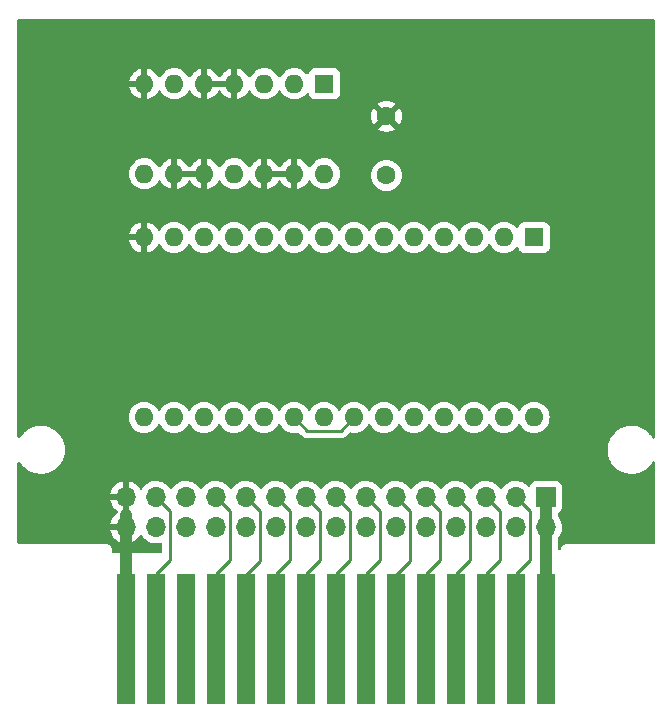
<source format=gbr>
%TF.GenerationSoftware,KiCad,Pcbnew,(6.0.5-0)*%
%TF.CreationDate,2022-07-06T11:09:22-04:00*%
%TF.ProjectId,SVI328MSX,53564933-3238-44d5-9358-2e6b69636164,rev?*%
%TF.SameCoordinates,Original*%
%TF.FileFunction,Copper,L2,Bot*%
%TF.FilePolarity,Positive*%
%FSLAX46Y46*%
G04 Gerber Fmt 4.6, Leading zero omitted, Abs format (unit mm)*
G04 Created by KiCad (PCBNEW (6.0.5-0)) date 2022-07-06 11:09:22*
%MOMM*%
%LPD*%
G01*
G04 APERTURE LIST*
%TA.AperFunction,ConnectorPad*%
%ADD10R,1.500000X11.000000*%
%TD*%
%TA.AperFunction,ComponentPad*%
%ADD11R,1.600000X1.600000*%
%TD*%
%TA.AperFunction,ComponentPad*%
%ADD12O,1.600000X1.600000*%
%TD*%
%TA.AperFunction,ComponentPad*%
%ADD13C,1.600000*%
%TD*%
%TA.AperFunction,ComponentPad*%
%ADD14R,1.700000X1.700000*%
%TD*%
%TA.AperFunction,ComponentPad*%
%ADD15O,1.700000X1.700000*%
%TD*%
%TA.AperFunction,Conductor*%
%ADD16C,0.250000*%
%TD*%
%TA.AperFunction,Conductor*%
%ADD17C,1.000000*%
%TD*%
G04 APERTURE END LIST*
D10*
%TO.P,J1,1*%
%TO.N,VCC*%
X152240000Y-98000000D03*
%TO.P,J1,3*%
%TO.N,A7*%
X149700000Y-98000000D03*
%TO.P,J1,5*%
%TO.N,A6*%
X147160000Y-98000000D03*
%TO.P,J1,7*%
%TO.N,A5*%
X144620000Y-98000000D03*
%TO.P,J1,9*%
%TO.N,A4*%
X142080000Y-98000000D03*
%TO.P,J1,11*%
%TO.N,A3*%
X139540000Y-98000000D03*
%TO.P,J1,13*%
%TO.N,A10*%
X137000000Y-98000000D03*
%TO.P,J1,15*%
%TO.N,A0*%
X134460000Y-98000000D03*
%TO.P,J1,17*%
%TO.N,D0*%
X131920000Y-98000000D03*
%TO.P,J1,19*%
%TO.N,D1*%
X129380000Y-98000000D03*
%TO.P,J1,21*%
%TO.N,D2*%
X126840000Y-98000000D03*
%TO.P,J1,23*%
%TO.N,D3*%
X124300000Y-98000000D03*
%TO.P,J1,25*%
%TO.N,Net-(J1-Pad25)*%
X121760000Y-98000000D03*
%TO.P,J1,27*%
%TO.N,CS1*%
X119220000Y-98000000D03*
%TO.P,J1,29*%
%TO.N,GND*%
X116680000Y-98000000D03*
%TD*%
D11*
%TO.P,U2,1*%
%TO.N,CS1*%
X133500000Y-51000000D03*
D12*
%TO.P,U2,2*%
%TO.N,CS2*%
X130960000Y-51000000D03*
%TO.P,U2,3*%
%TO.N,Net-(U1-Pad20)*%
X128420000Y-51000000D03*
%TO.P,U2,4*%
%TO.N,GND*%
X125880000Y-51000000D03*
%TO.P,U2,5*%
X123340000Y-51000000D03*
%TO.P,U2,6*%
%TO.N,Net-(U2-Pad6)*%
X120800000Y-51000000D03*
%TO.P,U2,7*%
%TO.N,GND*%
X118260000Y-51000000D03*
%TO.P,U2,8*%
%TO.N,Net-(U2-Pad8)*%
X118260000Y-58620000D03*
%TO.P,U2,9*%
%TO.N,GND*%
X120800000Y-58620000D03*
%TO.P,U2,10*%
X123340000Y-58620000D03*
%TO.P,U2,11*%
%TO.N,Net-(U2-Pad11)*%
X125880000Y-58620000D03*
%TO.P,U2,12*%
%TO.N,GND*%
X128420000Y-58620000D03*
%TO.P,U2,13*%
X130960000Y-58620000D03*
%TO.P,U2,14*%
%TO.N,VCC*%
X133500000Y-58620000D03*
%TD*%
D11*
%TO.P,U1,1*%
%TO.N,VCC*%
X151250000Y-64000000D03*
D12*
%TO.P,U1,2*%
%TO.N,A12*%
X148710000Y-64000000D03*
%TO.P,U1,3*%
%TO.N,A7*%
X146170000Y-64000000D03*
%TO.P,U1,4*%
%TO.N,A6*%
X143630000Y-64000000D03*
%TO.P,U1,5*%
%TO.N,A5*%
X141090000Y-64000000D03*
%TO.P,U1,6*%
%TO.N,A4*%
X138550000Y-64000000D03*
%TO.P,U1,7*%
%TO.N,A3*%
X136010000Y-64000000D03*
%TO.P,U1,8*%
%TO.N,A2*%
X133470000Y-64000000D03*
%TO.P,U1,9*%
%TO.N,A1*%
X130930000Y-64000000D03*
%TO.P,U1,10*%
%TO.N,A0*%
X128390000Y-64000000D03*
%TO.P,U1,11*%
%TO.N,D0*%
X125850000Y-64000000D03*
%TO.P,U1,12*%
%TO.N,D1*%
X123310000Y-64000000D03*
%TO.P,U1,13*%
%TO.N,D2*%
X120770000Y-64000000D03*
%TO.P,U1,14*%
%TO.N,GND*%
X118230000Y-64000000D03*
%TO.P,U1,15*%
%TO.N,D3*%
X118230000Y-79240000D03*
%TO.P,U1,16*%
%TO.N,D4*%
X120770000Y-79240000D03*
%TO.P,U1,17*%
%TO.N,D5*%
X123310000Y-79240000D03*
%TO.P,U1,18*%
%TO.N,D6*%
X125850000Y-79240000D03*
%TO.P,U1,19*%
%TO.N,D7*%
X128390000Y-79240000D03*
%TO.P,U1,20*%
%TO.N,Net-(U1-Pad20)*%
X130930000Y-79240000D03*
%TO.P,U1,21*%
%TO.N,A10*%
X133470000Y-79240000D03*
%TO.P,U1,22*%
%TO.N,Net-(U1-Pad20)*%
X136010000Y-79240000D03*
%TO.P,U1,23*%
%TO.N,A11*%
X138550000Y-79240000D03*
%TO.P,U1,24*%
%TO.N,A9*%
X141090000Y-79240000D03*
%TO.P,U1,25*%
%TO.N,A8*%
X143630000Y-79240000D03*
%TO.P,U1,26*%
%TO.N,A13*%
X146170000Y-79240000D03*
%TO.P,U1,27*%
%TO.N,CS1*%
X148710000Y-79240000D03*
%TO.P,U1,28*%
%TO.N,VCC*%
X151250000Y-79240000D03*
%TD*%
D13*
%TO.P,C1,1*%
%TO.N,VCC*%
X138750000Y-58750000D03*
%TO.P,C1,2*%
%TO.N,GND*%
X138750000Y-53750000D03*
%TD*%
D14*
%TO.P,J2,1*%
%TO.N,VCC*%
X152250000Y-86000000D03*
D15*
%TO.P,J2,2*%
X152250000Y-88540000D03*
%TO.P,J2,3*%
%TO.N,A7*%
X149710000Y-86000000D03*
%TO.P,J2,4*%
%TO.N,A12*%
X149710000Y-88540000D03*
%TO.P,J2,5*%
%TO.N,A6*%
X147170000Y-86000000D03*
%TO.P,J2,6*%
%TO.N,A13*%
X147170000Y-88540000D03*
%TO.P,J2,7*%
%TO.N,A5*%
X144630000Y-86000000D03*
%TO.P,J2,8*%
%TO.N,A8*%
X144630000Y-88540000D03*
%TO.P,J2,9*%
%TO.N,A4*%
X142090000Y-86000000D03*
%TO.P,J2,10*%
%TO.N,A9*%
X142090000Y-88540000D03*
%TO.P,J2,11*%
%TO.N,A3*%
X139550000Y-86000000D03*
%TO.P,J2,12*%
%TO.N,A11*%
X139550000Y-88540000D03*
%TO.P,J2,13*%
%TO.N,A10*%
X137010000Y-86000000D03*
%TO.P,J2,14*%
%TO.N,A2*%
X137010000Y-88540000D03*
%TO.P,J2,15*%
%TO.N,A0*%
X134470000Y-86000000D03*
%TO.P,J2,16*%
%TO.N,A1*%
X134470000Y-88540000D03*
%TO.P,J2,17*%
%TO.N,D0*%
X131930000Y-86000000D03*
%TO.P,J2,18*%
%TO.N,D7*%
X131930000Y-88540000D03*
%TO.P,J2,19*%
%TO.N,D1*%
X129390000Y-86000000D03*
%TO.P,J2,20*%
%TO.N,D6*%
X129390000Y-88540000D03*
%TO.P,J2,21*%
%TO.N,D2*%
X126850000Y-86000000D03*
%TO.P,J2,22*%
%TO.N,D5*%
X126850000Y-88540000D03*
%TO.P,J2,23*%
%TO.N,D3*%
X124310000Y-86000000D03*
%TO.P,J2,24*%
%TO.N,D4*%
X124310000Y-88540000D03*
%TO.P,J2,25*%
%TO.N,Net-(J2-Pad25)*%
X121770000Y-86000000D03*
%TO.P,J2,26*%
%TO.N,Net-(J2-Pad26)*%
X121770000Y-88540000D03*
%TO.P,J2,27*%
%TO.N,CS1*%
X119230000Y-86000000D03*
%TO.P,J2,28*%
%TO.N,CS2*%
X119230000Y-88540000D03*
%TO.P,J2,29*%
%TO.N,GND*%
X116690000Y-86000000D03*
%TO.P,J2,30*%
X116690000Y-88540000D03*
%TD*%
D16*
%TO.N,A0*%
X135645001Y-91354999D02*
X135645001Y-87175001D01*
X134460000Y-98000000D02*
X134460000Y-92540000D01*
X135645001Y-87175001D02*
X134470000Y-86000000D01*
X134460000Y-92540000D02*
X135645001Y-91354999D01*
%TO.N,A10*%
X138185001Y-91314999D02*
X138185001Y-87175001D01*
X138185001Y-87175001D02*
X137010000Y-86000000D01*
X137000000Y-98000000D02*
X137000000Y-92500000D01*
X137000000Y-92500000D02*
X138185001Y-91314999D01*
%TO.N,A3*%
X139540000Y-98000000D02*
X139540000Y-92560000D01*
X140725001Y-87175001D02*
X139550000Y-86000000D01*
X139540000Y-92560000D02*
X140725001Y-91374999D01*
X140725001Y-91374999D02*
X140725001Y-87175001D01*
%TO.N,A4*%
X142080000Y-92520000D02*
X143265001Y-91334999D01*
X142080000Y-98000000D02*
X142080000Y-92520000D01*
X143265001Y-91334999D02*
X143265001Y-87175001D01*
X143265001Y-87175001D02*
X142090000Y-86000000D01*
%TO.N,A5*%
X144620000Y-92520000D02*
X145805001Y-91334999D01*
X145805001Y-87175001D02*
X144630000Y-86000000D01*
X145805001Y-91334999D02*
X145805001Y-87175001D01*
X144620000Y-98000000D02*
X144620000Y-92520000D01*
%TO.N,A6*%
X148345001Y-91354999D02*
X148345001Y-87175001D01*
X147160000Y-98000000D02*
X147160000Y-92540000D01*
X148345001Y-87175001D02*
X147170000Y-86000000D01*
X147160000Y-92540000D02*
X148345001Y-91354999D01*
%TO.N,A7*%
X150885001Y-91314999D02*
X150885001Y-87175001D01*
X149700000Y-98000000D02*
X149700000Y-92500000D01*
X149700000Y-92500000D02*
X150885001Y-91314999D01*
X150885001Y-87175001D02*
X149710000Y-86000000D01*
%TO.N,VCC*%
X152240000Y-88550000D02*
X152250000Y-88540000D01*
X133630000Y-58750000D02*
X133500000Y-58620000D01*
D17*
X152240000Y-98000000D02*
X152240000Y-86010000D01*
D16*
X152240000Y-86010000D02*
X152250000Y-86000000D01*
%TO.N,CS1*%
X120405001Y-87175001D02*
X119230000Y-86000000D01*
X120405001Y-91334999D02*
X120405001Y-87175001D01*
X119220000Y-92520000D02*
X120405001Y-91334999D01*
X119220000Y-98000000D02*
X119220000Y-92520000D01*
D17*
%TO.N,GND*%
X116680000Y-98000000D02*
X116680000Y-87510000D01*
D16*
X116680000Y-86010000D02*
X116690000Y-86000000D01*
X116680000Y-88550000D02*
X116690000Y-88540000D01*
%TO.N,D2*%
X128025001Y-87175001D02*
X126850000Y-86000000D01*
X128025001Y-91374999D02*
X128025001Y-87175001D01*
X126840000Y-98000000D02*
X126840000Y-92560000D01*
X126840000Y-92560000D02*
X128025001Y-91374999D01*
%TO.N,D1*%
X130565001Y-87175001D02*
X129390000Y-86000000D01*
X129380000Y-92520000D02*
X130565001Y-91334999D01*
X129380000Y-98000000D02*
X129380000Y-92520000D01*
X130565001Y-91334999D02*
X130565001Y-87175001D01*
%TO.N,D0*%
X131920000Y-98000000D02*
X131920000Y-92520000D01*
X133105001Y-87175001D02*
X131930000Y-86000000D01*
X133105001Y-91334999D02*
X133105001Y-87175001D01*
X131920000Y-92520000D02*
X133105001Y-91334999D01*
%TO.N,D3*%
X124300000Y-92500000D02*
X125485001Y-91314999D01*
X125485001Y-87175001D02*
X124310000Y-86000000D01*
X125485001Y-91314999D02*
X125485001Y-87175001D01*
X124300000Y-98000000D02*
X124300000Y-92500000D01*
%TO.N,Net-(U1-Pad20)*%
X132055001Y-80365001D02*
X134884999Y-80365001D01*
X134884999Y-80365001D02*
X136010000Y-79240000D01*
X130930000Y-79240000D02*
X132055001Y-80365001D01*
%TD*%
%TA.AperFunction,Conductor*%
%TO.N,GND*%
G36*
X161433621Y-45528502D02*
G01*
X161480114Y-45582158D01*
X161491500Y-45634500D01*
X161491500Y-80915276D01*
X161471498Y-80983397D01*
X161417842Y-81029890D01*
X161347568Y-81039994D01*
X161282988Y-81010500D01*
X161253534Y-80973066D01*
X161241719Y-80950175D01*
X161241719Y-80950174D01*
X161239754Y-80946368D01*
X161233402Y-80937329D01*
X161121032Y-80777444D01*
X161080663Y-80720004D01*
X161011385Y-80645452D01*
X160895244Y-80520470D01*
X160895241Y-80520468D01*
X160892323Y-80517327D01*
X160678219Y-80342085D01*
X160628738Y-80311763D01*
X160445963Y-80199757D01*
X160445955Y-80199753D01*
X160442313Y-80197521D01*
X160438396Y-80195802D01*
X160438393Y-80195800D01*
X160326556Y-80146708D01*
X160188970Y-80086312D01*
X160184842Y-80085136D01*
X160184839Y-80085135D01*
X159927008Y-80011689D01*
X159927001Y-80011688D01*
X159922878Y-80010513D01*
X159918636Y-80009909D01*
X159918630Y-80009908D01*
X159717995Y-79981354D01*
X159648962Y-79971529D01*
X159503678Y-79970769D01*
X159376574Y-79970103D01*
X159376568Y-79970103D01*
X159372288Y-79970081D01*
X159368044Y-79970640D01*
X159368040Y-79970640D01*
X159247892Y-79986458D01*
X159097978Y-80006194D01*
X159093838Y-80007327D01*
X159093836Y-80007327D01*
X158835252Y-80078068D01*
X158831107Y-80079202D01*
X158576614Y-80187752D01*
X158473680Y-80249357D01*
X158342889Y-80327634D01*
X158342885Y-80327637D01*
X158339207Y-80329838D01*
X158123280Y-80502828D01*
X158120336Y-80505930D01*
X158120332Y-80505934D01*
X158094132Y-80533543D01*
X157932828Y-80703522D01*
X157771375Y-80928207D01*
X157641910Y-81172725D01*
X157640438Y-81176748D01*
X157640436Y-81176752D01*
X157600173Y-81286776D01*
X157546827Y-81432551D01*
X157545913Y-81436743D01*
X157507203Y-81614284D01*
X157487886Y-81702877D01*
X157466179Y-81978701D01*
X157466592Y-81985868D01*
X157482105Y-82254919D01*
X157482930Y-82259126D01*
X157482931Y-82259131D01*
X157505196Y-82372612D01*
X157535372Y-82526421D01*
X157536759Y-82530472D01*
X157595872Y-82703127D01*
X157624992Y-82788181D01*
X157656317Y-82850463D01*
X157737546Y-83011969D01*
X157749308Y-83035356D01*
X157751734Y-83038885D01*
X157751737Y-83038891D01*
X157786751Y-83089836D01*
X157906020Y-83263373D01*
X158092227Y-83468012D01*
X158095515Y-83470761D01*
X158301192Y-83642734D01*
X158301197Y-83642738D01*
X158304484Y-83645486D01*
X158366502Y-83684390D01*
X158535223Y-83790229D01*
X158535227Y-83790231D01*
X158538863Y-83792512D01*
X158542773Y-83794277D01*
X158542774Y-83794278D01*
X158787116Y-83904603D01*
X158787120Y-83904605D01*
X158791028Y-83906369D01*
X158795148Y-83907589D01*
X158795147Y-83907589D01*
X159052198Y-83983731D01*
X159052202Y-83983732D01*
X159056311Y-83984949D01*
X159060548Y-83985597D01*
X159060551Y-83985598D01*
X159140984Y-83997906D01*
X159329805Y-84026800D01*
X159470643Y-84029013D01*
X159602157Y-84031079D01*
X159602163Y-84031079D01*
X159606448Y-84031146D01*
X159610700Y-84030631D01*
X159610708Y-84030631D01*
X159822602Y-84004988D01*
X159881121Y-83997906D01*
X159885269Y-83996818D01*
X159885273Y-83996817D01*
X160144591Y-83928786D01*
X160148742Y-83927697D01*
X160152703Y-83926057D01*
X160152707Y-83926055D01*
X160276550Y-83874757D01*
X160404358Y-83821818D01*
X160643240Y-83682226D01*
X160860967Y-83511507D01*
X161053510Y-83312818D01*
X161217306Y-83089836D01*
X161254769Y-83020838D01*
X161304852Y-82970516D01*
X161374190Y-82955260D01*
X161440769Y-82979912D01*
X161483451Y-83036647D01*
X161491500Y-83080960D01*
X161491500Y-89865500D01*
X161471498Y-89933621D01*
X161417842Y-89980114D01*
X161365500Y-89991500D01*
X154008623Y-89991500D01*
X154007853Y-89991498D01*
X154007037Y-89991493D01*
X153930279Y-89991024D01*
X153907918Y-89997415D01*
X153901847Y-89999150D01*
X153885085Y-90002728D01*
X153855813Y-90006920D01*
X153847645Y-90010634D01*
X153847644Y-90010634D01*
X153832438Y-90017548D01*
X153814914Y-90023996D01*
X153790229Y-90031051D01*
X153782635Y-90035843D01*
X153782632Y-90035844D01*
X153765220Y-90046830D01*
X153750137Y-90054969D01*
X153723218Y-90067208D01*
X153716416Y-90073069D01*
X153703765Y-90083970D01*
X153688761Y-90095073D01*
X153667042Y-90108776D01*
X153661103Y-90115501D01*
X153661099Y-90115504D01*
X153647468Y-90130938D01*
X153635276Y-90142982D01*
X153619673Y-90156427D01*
X153619671Y-90156430D01*
X153612873Y-90162287D01*
X153607993Y-90169816D01*
X153607992Y-90169817D01*
X153598906Y-90183835D01*
X153587615Y-90198709D01*
X153576569Y-90211217D01*
X153570622Y-90217951D01*
X153564312Y-90231391D01*
X153558058Y-90244711D01*
X153549737Y-90259691D01*
X153538529Y-90276983D01*
X153538527Y-90276988D01*
X153533648Y-90284515D01*
X153531078Y-90293108D01*
X153531076Y-90293113D01*
X153526289Y-90309120D01*
X153519628Y-90326564D01*
X153512533Y-90341676D01*
X153508719Y-90349800D01*
X153507338Y-90358667D01*
X153507338Y-90358668D01*
X153504170Y-90379015D01*
X153500387Y-90395733D01*
X153495217Y-90413020D01*
X153456535Y-90472553D01*
X153391808Y-90501723D01*
X153321585Y-90491267D01*
X153268163Y-90444507D01*
X153248500Y-90376917D01*
X153248500Y-89515267D01*
X153268502Y-89447146D01*
X153281315Y-89431275D01*
X153281082Y-89431077D01*
X153284435Y-89427137D01*
X153288096Y-89423489D01*
X153418453Y-89242077D01*
X153431995Y-89214678D01*
X153515136Y-89046453D01*
X153515137Y-89046451D01*
X153517430Y-89041811D01*
X153582370Y-88828069D01*
X153611529Y-88606590D01*
X153613156Y-88540000D01*
X153594852Y-88317361D01*
X153540431Y-88100702D01*
X153451354Y-87895840D01*
X153330014Y-87708277D01*
X153310118Y-87686411D01*
X153281306Y-87654747D01*
X153250254Y-87590901D01*
X153248500Y-87569948D01*
X153248500Y-87424758D01*
X153268502Y-87356637D01*
X153322158Y-87310144D01*
X153330256Y-87306781D01*
X153346705Y-87300615D01*
X153353884Y-87295235D01*
X153353887Y-87295233D01*
X153456081Y-87218642D01*
X153463261Y-87213261D01*
X153550615Y-87096705D01*
X153601745Y-86960316D01*
X153608500Y-86898134D01*
X153608500Y-85101866D01*
X153601745Y-85039684D01*
X153550615Y-84903295D01*
X153463261Y-84786739D01*
X153346705Y-84699385D01*
X153210316Y-84648255D01*
X153148134Y-84641500D01*
X151351866Y-84641500D01*
X151289684Y-84648255D01*
X151153295Y-84699385D01*
X151036739Y-84786739D01*
X150949385Y-84903295D01*
X150946233Y-84911703D01*
X150904919Y-85021907D01*
X150862277Y-85078671D01*
X150795716Y-85103371D01*
X150726367Y-85088163D01*
X150693743Y-85062476D01*
X150643151Y-85006875D01*
X150643142Y-85006866D01*
X150639670Y-85003051D01*
X150635619Y-84999852D01*
X150635615Y-84999848D01*
X150468414Y-84867800D01*
X150468410Y-84867798D01*
X150464359Y-84864598D01*
X150428028Y-84844542D01*
X150412136Y-84835769D01*
X150268789Y-84756638D01*
X150263920Y-84754914D01*
X150263916Y-84754912D01*
X150063087Y-84683795D01*
X150063083Y-84683794D01*
X150058212Y-84682069D01*
X150053119Y-84681162D01*
X150053116Y-84681161D01*
X149843373Y-84643800D01*
X149843367Y-84643799D01*
X149838284Y-84642894D01*
X149764452Y-84641992D01*
X149620081Y-84640228D01*
X149620079Y-84640228D01*
X149614911Y-84640165D01*
X149394091Y-84673955D01*
X149181756Y-84743357D01*
X148983607Y-84846507D01*
X148979474Y-84849610D01*
X148979471Y-84849612D01*
X148809100Y-84977530D01*
X148804965Y-84980635D01*
X148779541Y-85007240D01*
X148711280Y-85078671D01*
X148650629Y-85142138D01*
X148543201Y-85299621D01*
X148488293Y-85344621D01*
X148417768Y-85352792D01*
X148354021Y-85321538D01*
X148333324Y-85297054D01*
X148252822Y-85172617D01*
X148252820Y-85172614D01*
X148250014Y-85168277D01*
X148099670Y-85003051D01*
X148095619Y-84999852D01*
X148095615Y-84999848D01*
X147928414Y-84867800D01*
X147928410Y-84867798D01*
X147924359Y-84864598D01*
X147888028Y-84844542D01*
X147872136Y-84835769D01*
X147728789Y-84756638D01*
X147723920Y-84754914D01*
X147723916Y-84754912D01*
X147523087Y-84683795D01*
X147523083Y-84683794D01*
X147518212Y-84682069D01*
X147513119Y-84681162D01*
X147513116Y-84681161D01*
X147303373Y-84643800D01*
X147303367Y-84643799D01*
X147298284Y-84642894D01*
X147224452Y-84641992D01*
X147080081Y-84640228D01*
X147080079Y-84640228D01*
X147074911Y-84640165D01*
X146854091Y-84673955D01*
X146641756Y-84743357D01*
X146443607Y-84846507D01*
X146439474Y-84849610D01*
X146439471Y-84849612D01*
X146269100Y-84977530D01*
X146264965Y-84980635D01*
X146239541Y-85007240D01*
X146171280Y-85078671D01*
X146110629Y-85142138D01*
X146003201Y-85299621D01*
X145948293Y-85344621D01*
X145877768Y-85352792D01*
X145814021Y-85321538D01*
X145793324Y-85297054D01*
X145712822Y-85172617D01*
X145712820Y-85172614D01*
X145710014Y-85168277D01*
X145559670Y-85003051D01*
X145555619Y-84999852D01*
X145555615Y-84999848D01*
X145388414Y-84867800D01*
X145388410Y-84867798D01*
X145384359Y-84864598D01*
X145348028Y-84844542D01*
X145332136Y-84835769D01*
X145188789Y-84756638D01*
X145183920Y-84754914D01*
X145183916Y-84754912D01*
X144983087Y-84683795D01*
X144983083Y-84683794D01*
X144978212Y-84682069D01*
X144973119Y-84681162D01*
X144973116Y-84681161D01*
X144763373Y-84643800D01*
X144763367Y-84643799D01*
X144758284Y-84642894D01*
X144684452Y-84641992D01*
X144540081Y-84640228D01*
X144540079Y-84640228D01*
X144534911Y-84640165D01*
X144314091Y-84673955D01*
X144101756Y-84743357D01*
X143903607Y-84846507D01*
X143899474Y-84849610D01*
X143899471Y-84849612D01*
X143729100Y-84977530D01*
X143724965Y-84980635D01*
X143699541Y-85007240D01*
X143631280Y-85078671D01*
X143570629Y-85142138D01*
X143463201Y-85299621D01*
X143408293Y-85344621D01*
X143337768Y-85352792D01*
X143274021Y-85321538D01*
X143253324Y-85297054D01*
X143172822Y-85172617D01*
X143172820Y-85172614D01*
X143170014Y-85168277D01*
X143019670Y-85003051D01*
X143015619Y-84999852D01*
X143015615Y-84999848D01*
X142848414Y-84867800D01*
X142848410Y-84867798D01*
X142844359Y-84864598D01*
X142808028Y-84844542D01*
X142792136Y-84835769D01*
X142648789Y-84756638D01*
X142643920Y-84754914D01*
X142643916Y-84754912D01*
X142443087Y-84683795D01*
X142443083Y-84683794D01*
X142438212Y-84682069D01*
X142433119Y-84681162D01*
X142433116Y-84681161D01*
X142223373Y-84643800D01*
X142223367Y-84643799D01*
X142218284Y-84642894D01*
X142144452Y-84641992D01*
X142000081Y-84640228D01*
X142000079Y-84640228D01*
X141994911Y-84640165D01*
X141774091Y-84673955D01*
X141561756Y-84743357D01*
X141363607Y-84846507D01*
X141359474Y-84849610D01*
X141359471Y-84849612D01*
X141189100Y-84977530D01*
X141184965Y-84980635D01*
X141159541Y-85007240D01*
X141091280Y-85078671D01*
X141030629Y-85142138D01*
X140923201Y-85299621D01*
X140868293Y-85344621D01*
X140797768Y-85352792D01*
X140734021Y-85321538D01*
X140713324Y-85297054D01*
X140632822Y-85172617D01*
X140632820Y-85172614D01*
X140630014Y-85168277D01*
X140479670Y-85003051D01*
X140475619Y-84999852D01*
X140475615Y-84999848D01*
X140308414Y-84867800D01*
X140308410Y-84867798D01*
X140304359Y-84864598D01*
X140268028Y-84844542D01*
X140252136Y-84835769D01*
X140108789Y-84756638D01*
X140103920Y-84754914D01*
X140103916Y-84754912D01*
X139903087Y-84683795D01*
X139903083Y-84683794D01*
X139898212Y-84682069D01*
X139893119Y-84681162D01*
X139893116Y-84681161D01*
X139683373Y-84643800D01*
X139683367Y-84643799D01*
X139678284Y-84642894D01*
X139604452Y-84641992D01*
X139460081Y-84640228D01*
X139460079Y-84640228D01*
X139454911Y-84640165D01*
X139234091Y-84673955D01*
X139021756Y-84743357D01*
X138823607Y-84846507D01*
X138819474Y-84849610D01*
X138819471Y-84849612D01*
X138649100Y-84977530D01*
X138644965Y-84980635D01*
X138619541Y-85007240D01*
X138551280Y-85078671D01*
X138490629Y-85142138D01*
X138383201Y-85299621D01*
X138328293Y-85344621D01*
X138257768Y-85352792D01*
X138194021Y-85321538D01*
X138173324Y-85297054D01*
X138092822Y-85172617D01*
X138092820Y-85172614D01*
X138090014Y-85168277D01*
X137939670Y-85003051D01*
X137935619Y-84999852D01*
X137935615Y-84999848D01*
X137768414Y-84867800D01*
X137768410Y-84867798D01*
X137764359Y-84864598D01*
X137728028Y-84844542D01*
X137712136Y-84835769D01*
X137568789Y-84756638D01*
X137563920Y-84754914D01*
X137563916Y-84754912D01*
X137363087Y-84683795D01*
X137363083Y-84683794D01*
X137358212Y-84682069D01*
X137353119Y-84681162D01*
X137353116Y-84681161D01*
X137143373Y-84643800D01*
X137143367Y-84643799D01*
X137138284Y-84642894D01*
X137064452Y-84641992D01*
X136920081Y-84640228D01*
X136920079Y-84640228D01*
X136914911Y-84640165D01*
X136694091Y-84673955D01*
X136481756Y-84743357D01*
X136283607Y-84846507D01*
X136279474Y-84849610D01*
X136279471Y-84849612D01*
X136109100Y-84977530D01*
X136104965Y-84980635D01*
X136079541Y-85007240D01*
X136011280Y-85078671D01*
X135950629Y-85142138D01*
X135843201Y-85299621D01*
X135788293Y-85344621D01*
X135717768Y-85352792D01*
X135654021Y-85321538D01*
X135633324Y-85297054D01*
X135552822Y-85172617D01*
X135552820Y-85172614D01*
X135550014Y-85168277D01*
X135399670Y-85003051D01*
X135395619Y-84999852D01*
X135395615Y-84999848D01*
X135228414Y-84867800D01*
X135228410Y-84867798D01*
X135224359Y-84864598D01*
X135188028Y-84844542D01*
X135172136Y-84835769D01*
X135028789Y-84756638D01*
X135023920Y-84754914D01*
X135023916Y-84754912D01*
X134823087Y-84683795D01*
X134823083Y-84683794D01*
X134818212Y-84682069D01*
X134813119Y-84681162D01*
X134813116Y-84681161D01*
X134603373Y-84643800D01*
X134603367Y-84643799D01*
X134598284Y-84642894D01*
X134524452Y-84641992D01*
X134380081Y-84640228D01*
X134380079Y-84640228D01*
X134374911Y-84640165D01*
X134154091Y-84673955D01*
X133941756Y-84743357D01*
X133743607Y-84846507D01*
X133739474Y-84849610D01*
X133739471Y-84849612D01*
X133569100Y-84977530D01*
X133564965Y-84980635D01*
X133539541Y-85007240D01*
X133471280Y-85078671D01*
X133410629Y-85142138D01*
X133303201Y-85299621D01*
X133248293Y-85344621D01*
X133177768Y-85352792D01*
X133114021Y-85321538D01*
X133093324Y-85297054D01*
X133012822Y-85172617D01*
X133012820Y-85172614D01*
X133010014Y-85168277D01*
X132859670Y-85003051D01*
X132855619Y-84999852D01*
X132855615Y-84999848D01*
X132688414Y-84867800D01*
X132688410Y-84867798D01*
X132684359Y-84864598D01*
X132648028Y-84844542D01*
X132632136Y-84835769D01*
X132488789Y-84756638D01*
X132483920Y-84754914D01*
X132483916Y-84754912D01*
X132283087Y-84683795D01*
X132283083Y-84683794D01*
X132278212Y-84682069D01*
X132273119Y-84681162D01*
X132273116Y-84681161D01*
X132063373Y-84643800D01*
X132063367Y-84643799D01*
X132058284Y-84642894D01*
X131984452Y-84641992D01*
X131840081Y-84640228D01*
X131840079Y-84640228D01*
X131834911Y-84640165D01*
X131614091Y-84673955D01*
X131401756Y-84743357D01*
X131203607Y-84846507D01*
X131199474Y-84849610D01*
X131199471Y-84849612D01*
X131029100Y-84977530D01*
X131024965Y-84980635D01*
X130999541Y-85007240D01*
X130931280Y-85078671D01*
X130870629Y-85142138D01*
X130763201Y-85299621D01*
X130708293Y-85344621D01*
X130637768Y-85352792D01*
X130574021Y-85321538D01*
X130553324Y-85297054D01*
X130472822Y-85172617D01*
X130472820Y-85172614D01*
X130470014Y-85168277D01*
X130319670Y-85003051D01*
X130315619Y-84999852D01*
X130315615Y-84999848D01*
X130148414Y-84867800D01*
X130148410Y-84867798D01*
X130144359Y-84864598D01*
X130108028Y-84844542D01*
X130092136Y-84835769D01*
X129948789Y-84756638D01*
X129943920Y-84754914D01*
X129943916Y-84754912D01*
X129743087Y-84683795D01*
X129743083Y-84683794D01*
X129738212Y-84682069D01*
X129733119Y-84681162D01*
X129733116Y-84681161D01*
X129523373Y-84643800D01*
X129523367Y-84643799D01*
X129518284Y-84642894D01*
X129444452Y-84641992D01*
X129300081Y-84640228D01*
X129300079Y-84640228D01*
X129294911Y-84640165D01*
X129074091Y-84673955D01*
X128861756Y-84743357D01*
X128663607Y-84846507D01*
X128659474Y-84849610D01*
X128659471Y-84849612D01*
X128489100Y-84977530D01*
X128484965Y-84980635D01*
X128459541Y-85007240D01*
X128391280Y-85078671D01*
X128330629Y-85142138D01*
X128223201Y-85299621D01*
X128168293Y-85344621D01*
X128097768Y-85352792D01*
X128034021Y-85321538D01*
X128013324Y-85297054D01*
X127932822Y-85172617D01*
X127932820Y-85172614D01*
X127930014Y-85168277D01*
X127779670Y-85003051D01*
X127775619Y-84999852D01*
X127775615Y-84999848D01*
X127608414Y-84867800D01*
X127608410Y-84867798D01*
X127604359Y-84864598D01*
X127568028Y-84844542D01*
X127552136Y-84835769D01*
X127408789Y-84756638D01*
X127403920Y-84754914D01*
X127403916Y-84754912D01*
X127203087Y-84683795D01*
X127203083Y-84683794D01*
X127198212Y-84682069D01*
X127193119Y-84681162D01*
X127193116Y-84681161D01*
X126983373Y-84643800D01*
X126983367Y-84643799D01*
X126978284Y-84642894D01*
X126904452Y-84641992D01*
X126760081Y-84640228D01*
X126760079Y-84640228D01*
X126754911Y-84640165D01*
X126534091Y-84673955D01*
X126321756Y-84743357D01*
X126123607Y-84846507D01*
X126119474Y-84849610D01*
X126119471Y-84849612D01*
X125949100Y-84977530D01*
X125944965Y-84980635D01*
X125919541Y-85007240D01*
X125851280Y-85078671D01*
X125790629Y-85142138D01*
X125683201Y-85299621D01*
X125628293Y-85344621D01*
X125557768Y-85352792D01*
X125494021Y-85321538D01*
X125473324Y-85297054D01*
X125392822Y-85172617D01*
X125392820Y-85172614D01*
X125390014Y-85168277D01*
X125239670Y-85003051D01*
X125235619Y-84999852D01*
X125235615Y-84999848D01*
X125068414Y-84867800D01*
X125068410Y-84867798D01*
X125064359Y-84864598D01*
X125028028Y-84844542D01*
X125012136Y-84835769D01*
X124868789Y-84756638D01*
X124863920Y-84754914D01*
X124863916Y-84754912D01*
X124663087Y-84683795D01*
X124663083Y-84683794D01*
X124658212Y-84682069D01*
X124653119Y-84681162D01*
X124653116Y-84681161D01*
X124443373Y-84643800D01*
X124443367Y-84643799D01*
X124438284Y-84642894D01*
X124364452Y-84641992D01*
X124220081Y-84640228D01*
X124220079Y-84640228D01*
X124214911Y-84640165D01*
X123994091Y-84673955D01*
X123781756Y-84743357D01*
X123583607Y-84846507D01*
X123579474Y-84849610D01*
X123579471Y-84849612D01*
X123409100Y-84977530D01*
X123404965Y-84980635D01*
X123379541Y-85007240D01*
X123311280Y-85078671D01*
X123250629Y-85142138D01*
X123143201Y-85299621D01*
X123088293Y-85344621D01*
X123017768Y-85352792D01*
X122954021Y-85321538D01*
X122933324Y-85297054D01*
X122852822Y-85172617D01*
X122852820Y-85172614D01*
X122850014Y-85168277D01*
X122699670Y-85003051D01*
X122695619Y-84999852D01*
X122695615Y-84999848D01*
X122528414Y-84867800D01*
X122528410Y-84867798D01*
X122524359Y-84864598D01*
X122488028Y-84844542D01*
X122472136Y-84835769D01*
X122328789Y-84756638D01*
X122323920Y-84754914D01*
X122323916Y-84754912D01*
X122123087Y-84683795D01*
X122123083Y-84683794D01*
X122118212Y-84682069D01*
X122113119Y-84681162D01*
X122113116Y-84681161D01*
X121903373Y-84643800D01*
X121903367Y-84643799D01*
X121898284Y-84642894D01*
X121824452Y-84641992D01*
X121680081Y-84640228D01*
X121680079Y-84640228D01*
X121674911Y-84640165D01*
X121454091Y-84673955D01*
X121241756Y-84743357D01*
X121043607Y-84846507D01*
X121039474Y-84849610D01*
X121039471Y-84849612D01*
X120869100Y-84977530D01*
X120864965Y-84980635D01*
X120839541Y-85007240D01*
X120771280Y-85078671D01*
X120710629Y-85142138D01*
X120603201Y-85299621D01*
X120548293Y-85344621D01*
X120477768Y-85352792D01*
X120414021Y-85321538D01*
X120393324Y-85297054D01*
X120312822Y-85172617D01*
X120312820Y-85172614D01*
X120310014Y-85168277D01*
X120159670Y-85003051D01*
X120155619Y-84999852D01*
X120155615Y-84999848D01*
X119988414Y-84867800D01*
X119988410Y-84867798D01*
X119984359Y-84864598D01*
X119948028Y-84844542D01*
X119932136Y-84835769D01*
X119788789Y-84756638D01*
X119783920Y-84754914D01*
X119783916Y-84754912D01*
X119583087Y-84683795D01*
X119583083Y-84683794D01*
X119578212Y-84682069D01*
X119573119Y-84681162D01*
X119573116Y-84681161D01*
X119363373Y-84643800D01*
X119363367Y-84643799D01*
X119358284Y-84642894D01*
X119284452Y-84641992D01*
X119140081Y-84640228D01*
X119140079Y-84640228D01*
X119134911Y-84640165D01*
X118914091Y-84673955D01*
X118701756Y-84743357D01*
X118503607Y-84846507D01*
X118499474Y-84849610D01*
X118499471Y-84849612D01*
X118329100Y-84977530D01*
X118324965Y-84980635D01*
X118299541Y-85007240D01*
X118231280Y-85078671D01*
X118170629Y-85142138D01*
X118167720Y-85146403D01*
X118167714Y-85146411D01*
X118155404Y-85164457D01*
X118063204Y-85299618D01*
X118062898Y-85300066D01*
X118007987Y-85345069D01*
X117937462Y-85353240D01*
X117873715Y-85321986D01*
X117853018Y-85297502D01*
X117772426Y-85172926D01*
X117766136Y-85164757D01*
X117622806Y-85007240D01*
X117615273Y-85000215D01*
X117448139Y-84868222D01*
X117439552Y-84862517D01*
X117253117Y-84759599D01*
X117243705Y-84755369D01*
X117042959Y-84684280D01*
X117032988Y-84681646D01*
X116961837Y-84668972D01*
X116948540Y-84670432D01*
X116944000Y-84684989D01*
X116944000Y-89858517D01*
X116948064Y-89872359D01*
X116961478Y-89874393D01*
X116968184Y-89873534D01*
X116978262Y-89871392D01*
X117182255Y-89810191D01*
X117191842Y-89806433D01*
X117383095Y-89712739D01*
X117391945Y-89707464D01*
X117565328Y-89583792D01*
X117573200Y-89577139D01*
X117724052Y-89426812D01*
X117730730Y-89418965D01*
X117858022Y-89241819D01*
X117859279Y-89242722D01*
X117906373Y-89199362D01*
X117976311Y-89187145D01*
X118041751Y-89214678D01*
X118069579Y-89246511D01*
X118129987Y-89345088D01*
X118276250Y-89513938D01*
X118448126Y-89656632D01*
X118641000Y-89769338D01*
X118645825Y-89771180D01*
X118645826Y-89771181D01*
X118688721Y-89787561D01*
X118849692Y-89849030D01*
X118854760Y-89850061D01*
X118854763Y-89850062D01*
X118930644Y-89865500D01*
X119068597Y-89893567D01*
X119073772Y-89893757D01*
X119073774Y-89893757D01*
X119286673Y-89901564D01*
X119286677Y-89901564D01*
X119291837Y-89901753D01*
X119296957Y-89901097D01*
X119296959Y-89901097D01*
X119508288Y-89874025D01*
X119508289Y-89874025D01*
X119513416Y-89873368D01*
X119518373Y-89871881D01*
X119518377Y-89871880D01*
X119609293Y-89844604D01*
X119680288Y-89844186D01*
X119740239Y-89882218D01*
X119770111Y-89946625D01*
X119771501Y-89965289D01*
X119771501Y-90624000D01*
X119751499Y-90692121D01*
X119697843Y-90738614D01*
X119645501Y-90750000D01*
X115634500Y-90750000D01*
X115566379Y-90729998D01*
X115519886Y-90676342D01*
X115508500Y-90624000D01*
X115508500Y-90508623D01*
X115508502Y-90507853D01*
X115508921Y-90439254D01*
X115508976Y-90430279D01*
X115500850Y-90401847D01*
X115497272Y-90385085D01*
X115494352Y-90364698D01*
X115493080Y-90355813D01*
X115482451Y-90332436D01*
X115476004Y-90314913D01*
X115471416Y-90298862D01*
X115468949Y-90290229D01*
X115464156Y-90282632D01*
X115453170Y-90265220D01*
X115445030Y-90250135D01*
X115442564Y-90244711D01*
X115432792Y-90223218D01*
X115416030Y-90203765D01*
X115404927Y-90188761D01*
X115391224Y-90167042D01*
X115384499Y-90161103D01*
X115384496Y-90161099D01*
X115369062Y-90147468D01*
X115357018Y-90135276D01*
X115343573Y-90119673D01*
X115343570Y-90119671D01*
X115337713Y-90112873D01*
X115324009Y-90103990D01*
X115316165Y-90098906D01*
X115301291Y-90087615D01*
X115288783Y-90076569D01*
X115288782Y-90076568D01*
X115282049Y-90070622D01*
X115255287Y-90058057D01*
X115240309Y-90049737D01*
X115223017Y-90038529D01*
X115223012Y-90038527D01*
X115215485Y-90033648D01*
X115206892Y-90031078D01*
X115206887Y-90031076D01*
X115190880Y-90026289D01*
X115173436Y-90019628D01*
X115158324Y-90012533D01*
X115158322Y-90012532D01*
X115150200Y-90008719D01*
X115141333Y-90007338D01*
X115141332Y-90007338D01*
X115130478Y-90005648D01*
X115120983Y-90004170D01*
X115104268Y-90000387D01*
X115084534Y-89994485D01*
X115084528Y-89994484D01*
X115075934Y-89991914D01*
X115066963Y-89991859D01*
X115066962Y-89991859D01*
X115056903Y-89991798D01*
X115041494Y-89991704D01*
X115040711Y-89991671D01*
X115039614Y-89991500D01*
X115008623Y-89991500D01*
X115007853Y-89991498D01*
X114934215Y-89991048D01*
X114934214Y-89991048D01*
X114930279Y-89991024D01*
X114928935Y-89991408D01*
X114927590Y-89991500D01*
X107634500Y-89991500D01*
X107566379Y-89971498D01*
X107519886Y-89917842D01*
X107508500Y-89865500D01*
X107508500Y-88807966D01*
X115358257Y-88807966D01*
X115388565Y-88942446D01*
X115391645Y-88952275D01*
X115471770Y-89149603D01*
X115476413Y-89158794D01*
X115587694Y-89340388D01*
X115593777Y-89348699D01*
X115733213Y-89509667D01*
X115740580Y-89516883D01*
X115904434Y-89652916D01*
X115912881Y-89658831D01*
X116096756Y-89766279D01*
X116106042Y-89770729D01*
X116305001Y-89846703D01*
X116314899Y-89849579D01*
X116418250Y-89870606D01*
X116432299Y-89869410D01*
X116436000Y-89859065D01*
X116436000Y-88812115D01*
X116431525Y-88796876D01*
X116430135Y-88795671D01*
X116422452Y-88794000D01*
X115373225Y-88794000D01*
X115359694Y-88797973D01*
X115358257Y-88807966D01*
X107508500Y-88807966D01*
X107508500Y-88274183D01*
X115354389Y-88274183D01*
X115355912Y-88282607D01*
X115368292Y-88286000D01*
X116417885Y-88286000D01*
X116433124Y-88281525D01*
X116434329Y-88280135D01*
X116436000Y-88272452D01*
X116436000Y-86272115D01*
X116431525Y-86256876D01*
X116430135Y-86255671D01*
X116422452Y-86254000D01*
X115373225Y-86254000D01*
X115359694Y-86257973D01*
X115358257Y-86267966D01*
X115388565Y-86402446D01*
X115391645Y-86412275D01*
X115471770Y-86609603D01*
X115476413Y-86618794D01*
X115587694Y-86800388D01*
X115593777Y-86808699D01*
X115733213Y-86969667D01*
X115740580Y-86976883D01*
X115904434Y-87112916D01*
X115912881Y-87118831D01*
X115982479Y-87159501D01*
X116031203Y-87211140D01*
X116044274Y-87280923D01*
X116017543Y-87346694D01*
X115977087Y-87380053D01*
X115968462Y-87384542D01*
X115959738Y-87390036D01*
X115789433Y-87517905D01*
X115781726Y-87524748D01*
X115634590Y-87678717D01*
X115628104Y-87686727D01*
X115508098Y-87862649D01*
X115503000Y-87871623D01*
X115413338Y-88064783D01*
X115409775Y-88074470D01*
X115354389Y-88274183D01*
X107508500Y-88274183D01*
X107508500Y-85734183D01*
X115354389Y-85734183D01*
X115355912Y-85742607D01*
X115368292Y-85746000D01*
X116417885Y-85746000D01*
X116433124Y-85741525D01*
X116434329Y-85740135D01*
X116436000Y-85732452D01*
X116436000Y-84683102D01*
X116432082Y-84669758D01*
X116417806Y-84667771D01*
X116379324Y-84673660D01*
X116369288Y-84676051D01*
X116166868Y-84742212D01*
X116157359Y-84746209D01*
X115968463Y-84844542D01*
X115959738Y-84850036D01*
X115789433Y-84977905D01*
X115781726Y-84984748D01*
X115634590Y-85138717D01*
X115628104Y-85146727D01*
X115508098Y-85322649D01*
X115503000Y-85331623D01*
X115413338Y-85524783D01*
X115409775Y-85534470D01*
X115354389Y-85734183D01*
X107508500Y-85734183D01*
X107508500Y-83120870D01*
X107528502Y-83052749D01*
X107582158Y-83006256D01*
X107652432Y-82996152D01*
X107717012Y-83025646D01*
X107738340Y-83049503D01*
X107885329Y-83263373D01*
X108071536Y-83468012D01*
X108074824Y-83470761D01*
X108280501Y-83642734D01*
X108280506Y-83642738D01*
X108283793Y-83645486D01*
X108345811Y-83684390D01*
X108514532Y-83790229D01*
X108514536Y-83790231D01*
X108518172Y-83792512D01*
X108522082Y-83794277D01*
X108522083Y-83794278D01*
X108766425Y-83904603D01*
X108766429Y-83904605D01*
X108770337Y-83906369D01*
X108774457Y-83907589D01*
X108774456Y-83907589D01*
X109031507Y-83983731D01*
X109031511Y-83983732D01*
X109035620Y-83984949D01*
X109039857Y-83985597D01*
X109039860Y-83985598D01*
X109120293Y-83997906D01*
X109309114Y-84026800D01*
X109449952Y-84029013D01*
X109581466Y-84031079D01*
X109581472Y-84031079D01*
X109585757Y-84031146D01*
X109590009Y-84030631D01*
X109590017Y-84030631D01*
X109801911Y-84004988D01*
X109860430Y-83997906D01*
X109864578Y-83996818D01*
X109864582Y-83996817D01*
X110123900Y-83928786D01*
X110128051Y-83927697D01*
X110132012Y-83926057D01*
X110132016Y-83926055D01*
X110255859Y-83874757D01*
X110383667Y-83821818D01*
X110622549Y-83682226D01*
X110840276Y-83511507D01*
X111032819Y-83312818D01*
X111196615Y-83089836D01*
X111328634Y-82846687D01*
X111426433Y-82587871D01*
X111488201Y-82318177D01*
X111512796Y-82042595D01*
X111513242Y-82000000D01*
X111511499Y-81974430D01*
X111494716Y-81728241D01*
X111494715Y-81728235D01*
X111494424Y-81723964D01*
X111438317Y-81453035D01*
X111345960Y-81192228D01*
X111337973Y-81176752D01*
X111221028Y-80950175D01*
X111221028Y-80950174D01*
X111219063Y-80946368D01*
X111212711Y-80937329D01*
X111100341Y-80777444D01*
X111059972Y-80720004D01*
X110990694Y-80645452D01*
X110874553Y-80520470D01*
X110874550Y-80520468D01*
X110871632Y-80517327D01*
X110657528Y-80342085D01*
X110608047Y-80311763D01*
X110425272Y-80199757D01*
X110425264Y-80199753D01*
X110421622Y-80197521D01*
X110417705Y-80195802D01*
X110417702Y-80195800D01*
X110305865Y-80146708D01*
X110168279Y-80086312D01*
X110164151Y-80085136D01*
X110164148Y-80085135D01*
X109906317Y-80011689D01*
X109906310Y-80011688D01*
X109902187Y-80010513D01*
X109897945Y-80009909D01*
X109897939Y-80009908D01*
X109697304Y-79981354D01*
X109628271Y-79971529D01*
X109482987Y-79970769D01*
X109355883Y-79970103D01*
X109355877Y-79970103D01*
X109351597Y-79970081D01*
X109347353Y-79970640D01*
X109347349Y-79970640D01*
X109227201Y-79986458D01*
X109077287Y-80006194D01*
X109073147Y-80007327D01*
X109073145Y-80007327D01*
X108814561Y-80078068D01*
X108810416Y-80079202D01*
X108555923Y-80187752D01*
X108452989Y-80249357D01*
X108322198Y-80327634D01*
X108322194Y-80327637D01*
X108318516Y-80329838D01*
X108102589Y-80502828D01*
X108099645Y-80505930D01*
X108099641Y-80505934D01*
X108073441Y-80533543D01*
X107912137Y-80703522D01*
X107750684Y-80928207D01*
X107748678Y-80931996D01*
X107748671Y-80932007D01*
X107745853Y-80937329D01*
X107696300Y-80988171D01*
X107627125Y-81004152D01*
X107560292Y-80980197D01*
X107517019Y-80923912D01*
X107508500Y-80878368D01*
X107508500Y-79240000D01*
X116916502Y-79240000D01*
X116936457Y-79468087D01*
X116995716Y-79689243D01*
X116998039Y-79694224D01*
X116998039Y-79694225D01*
X117090151Y-79891762D01*
X117090154Y-79891767D01*
X117092477Y-79896749D01*
X117223802Y-80084300D01*
X117385700Y-80246198D01*
X117390208Y-80249355D01*
X117390211Y-80249357D01*
X117468389Y-80304098D01*
X117573251Y-80377523D01*
X117578233Y-80379846D01*
X117578238Y-80379849D01*
X117775775Y-80471961D01*
X117780757Y-80474284D01*
X117786065Y-80475706D01*
X117786067Y-80475707D01*
X117996598Y-80532119D01*
X117996600Y-80532119D01*
X118001913Y-80533543D01*
X118230000Y-80553498D01*
X118458087Y-80533543D01*
X118463400Y-80532119D01*
X118463402Y-80532119D01*
X118673933Y-80475707D01*
X118673935Y-80475706D01*
X118679243Y-80474284D01*
X118684225Y-80471961D01*
X118881762Y-80379849D01*
X118881767Y-80379846D01*
X118886749Y-80377523D01*
X118991611Y-80304098D01*
X119069789Y-80249357D01*
X119069792Y-80249355D01*
X119074300Y-80246198D01*
X119236198Y-80084300D01*
X119367523Y-79896749D01*
X119369846Y-79891767D01*
X119369849Y-79891762D01*
X119385805Y-79857543D01*
X119432722Y-79804258D01*
X119500999Y-79784797D01*
X119568959Y-79805339D01*
X119614195Y-79857543D01*
X119630151Y-79891762D01*
X119630154Y-79891767D01*
X119632477Y-79896749D01*
X119763802Y-80084300D01*
X119925700Y-80246198D01*
X119930208Y-80249355D01*
X119930211Y-80249357D01*
X120008389Y-80304098D01*
X120113251Y-80377523D01*
X120118233Y-80379846D01*
X120118238Y-80379849D01*
X120315775Y-80471961D01*
X120320757Y-80474284D01*
X120326065Y-80475706D01*
X120326067Y-80475707D01*
X120536598Y-80532119D01*
X120536600Y-80532119D01*
X120541913Y-80533543D01*
X120770000Y-80553498D01*
X120998087Y-80533543D01*
X121003400Y-80532119D01*
X121003402Y-80532119D01*
X121213933Y-80475707D01*
X121213935Y-80475706D01*
X121219243Y-80474284D01*
X121224225Y-80471961D01*
X121421762Y-80379849D01*
X121421767Y-80379846D01*
X121426749Y-80377523D01*
X121531611Y-80304098D01*
X121609789Y-80249357D01*
X121609792Y-80249355D01*
X121614300Y-80246198D01*
X121776198Y-80084300D01*
X121907523Y-79896749D01*
X121909846Y-79891767D01*
X121909849Y-79891762D01*
X121925805Y-79857543D01*
X121972722Y-79804258D01*
X122040999Y-79784797D01*
X122108959Y-79805339D01*
X122154195Y-79857543D01*
X122170151Y-79891762D01*
X122170154Y-79891767D01*
X122172477Y-79896749D01*
X122303802Y-80084300D01*
X122465700Y-80246198D01*
X122470208Y-80249355D01*
X122470211Y-80249357D01*
X122548389Y-80304098D01*
X122653251Y-80377523D01*
X122658233Y-80379846D01*
X122658238Y-80379849D01*
X122855775Y-80471961D01*
X122860757Y-80474284D01*
X122866065Y-80475706D01*
X122866067Y-80475707D01*
X123076598Y-80532119D01*
X123076600Y-80532119D01*
X123081913Y-80533543D01*
X123310000Y-80553498D01*
X123538087Y-80533543D01*
X123543400Y-80532119D01*
X123543402Y-80532119D01*
X123753933Y-80475707D01*
X123753935Y-80475706D01*
X123759243Y-80474284D01*
X123764225Y-80471961D01*
X123961762Y-80379849D01*
X123961767Y-80379846D01*
X123966749Y-80377523D01*
X124071611Y-80304098D01*
X124149789Y-80249357D01*
X124149792Y-80249355D01*
X124154300Y-80246198D01*
X124316198Y-80084300D01*
X124447523Y-79896749D01*
X124449846Y-79891767D01*
X124449849Y-79891762D01*
X124465805Y-79857543D01*
X124512722Y-79804258D01*
X124580999Y-79784797D01*
X124648959Y-79805339D01*
X124694195Y-79857543D01*
X124710151Y-79891762D01*
X124710154Y-79891767D01*
X124712477Y-79896749D01*
X124843802Y-80084300D01*
X125005700Y-80246198D01*
X125010208Y-80249355D01*
X125010211Y-80249357D01*
X125088389Y-80304098D01*
X125193251Y-80377523D01*
X125198233Y-80379846D01*
X125198238Y-80379849D01*
X125395775Y-80471961D01*
X125400757Y-80474284D01*
X125406065Y-80475706D01*
X125406067Y-80475707D01*
X125616598Y-80532119D01*
X125616600Y-80532119D01*
X125621913Y-80533543D01*
X125850000Y-80553498D01*
X126078087Y-80533543D01*
X126083400Y-80532119D01*
X126083402Y-80532119D01*
X126293933Y-80475707D01*
X126293935Y-80475706D01*
X126299243Y-80474284D01*
X126304225Y-80471961D01*
X126501762Y-80379849D01*
X126501767Y-80379846D01*
X126506749Y-80377523D01*
X126611611Y-80304098D01*
X126689789Y-80249357D01*
X126689792Y-80249355D01*
X126694300Y-80246198D01*
X126856198Y-80084300D01*
X126987523Y-79896749D01*
X126989846Y-79891767D01*
X126989849Y-79891762D01*
X127005805Y-79857543D01*
X127052722Y-79804258D01*
X127120999Y-79784797D01*
X127188959Y-79805339D01*
X127234195Y-79857543D01*
X127250151Y-79891762D01*
X127250154Y-79891767D01*
X127252477Y-79896749D01*
X127383802Y-80084300D01*
X127545700Y-80246198D01*
X127550208Y-80249355D01*
X127550211Y-80249357D01*
X127628389Y-80304098D01*
X127733251Y-80377523D01*
X127738233Y-80379846D01*
X127738238Y-80379849D01*
X127935775Y-80471961D01*
X127940757Y-80474284D01*
X127946065Y-80475706D01*
X127946067Y-80475707D01*
X128156598Y-80532119D01*
X128156600Y-80532119D01*
X128161913Y-80533543D01*
X128390000Y-80553498D01*
X128618087Y-80533543D01*
X128623400Y-80532119D01*
X128623402Y-80532119D01*
X128833933Y-80475707D01*
X128833935Y-80475706D01*
X128839243Y-80474284D01*
X128844225Y-80471961D01*
X129041762Y-80379849D01*
X129041767Y-80379846D01*
X129046749Y-80377523D01*
X129151611Y-80304098D01*
X129229789Y-80249357D01*
X129229792Y-80249355D01*
X129234300Y-80246198D01*
X129396198Y-80084300D01*
X129527523Y-79896749D01*
X129529846Y-79891767D01*
X129529849Y-79891762D01*
X129545805Y-79857543D01*
X129592722Y-79804258D01*
X129660999Y-79784797D01*
X129728959Y-79805339D01*
X129774195Y-79857543D01*
X129790151Y-79891762D01*
X129790154Y-79891767D01*
X129792477Y-79896749D01*
X129923802Y-80084300D01*
X130085700Y-80246198D01*
X130090208Y-80249355D01*
X130090211Y-80249357D01*
X130168389Y-80304098D01*
X130273251Y-80377523D01*
X130278233Y-80379846D01*
X130278238Y-80379849D01*
X130475775Y-80471961D01*
X130480757Y-80474284D01*
X130486065Y-80475706D01*
X130486067Y-80475707D01*
X130696598Y-80532119D01*
X130696600Y-80532119D01*
X130701913Y-80533543D01*
X130930000Y-80553498D01*
X131158087Y-80533543D01*
X131163398Y-80532120D01*
X131163409Y-80532118D01*
X131221541Y-80516541D01*
X131292517Y-80518230D01*
X131343248Y-80549152D01*
X131551344Y-80757248D01*
X131558888Y-80765538D01*
X131563001Y-80772019D01*
X131568778Y-80777444D01*
X131612668Y-80818659D01*
X131615510Y-80821414D01*
X131635232Y-80841136D01*
X131638356Y-80843559D01*
X131638360Y-80843563D01*
X131638425Y-80843613D01*
X131647446Y-80851318D01*
X131679680Y-80881587D01*
X131686628Y-80885406D01*
X131686630Y-80885408D01*
X131697433Y-80891347D01*
X131713960Y-80902203D01*
X131723699Y-80909758D01*
X131723701Y-80909759D01*
X131729961Y-80914615D01*
X131770541Y-80932175D01*
X131781189Y-80937392D01*
X131805977Y-80951019D01*
X131819941Y-80958696D01*
X131827617Y-80960667D01*
X131827620Y-80960668D01*
X131839563Y-80963734D01*
X131858267Y-80970138D01*
X131865034Y-80973066D01*
X131876856Y-80978182D01*
X131884679Y-80979421D01*
X131884689Y-80979424D01*
X131920525Y-80985100D01*
X131932145Y-80987506D01*
X131963960Y-80995674D01*
X131974971Y-80998501D01*
X131995225Y-80998501D01*
X132014935Y-81000052D01*
X132034944Y-81003221D01*
X132042836Y-81002475D01*
X132061581Y-81000703D01*
X132078963Y-80999060D01*
X132090820Y-80998501D01*
X134806232Y-80998501D01*
X134817415Y-80999028D01*
X134824908Y-81000703D01*
X134832834Y-81000454D01*
X134832835Y-81000454D01*
X134892985Y-80998563D01*
X134896944Y-80998501D01*
X134924855Y-80998501D01*
X134928790Y-80998004D01*
X134928855Y-80997996D01*
X134940692Y-80997063D01*
X134972950Y-80996049D01*
X134976969Y-80995923D01*
X134984888Y-80995674D01*
X135004342Y-80990022D01*
X135023699Y-80986014D01*
X135035929Y-80984469D01*
X135035930Y-80984469D01*
X135043796Y-80983475D01*
X135051167Y-80980556D01*
X135051169Y-80980556D01*
X135084911Y-80967197D01*
X135096141Y-80963352D01*
X135130982Y-80953230D01*
X135130983Y-80953230D01*
X135138592Y-80951019D01*
X135145411Y-80946986D01*
X135145416Y-80946984D01*
X135156027Y-80940708D01*
X135173775Y-80932013D01*
X135192616Y-80924553D01*
X135228386Y-80898565D01*
X135238306Y-80892049D01*
X135269534Y-80873581D01*
X135269537Y-80873579D01*
X135276361Y-80869543D01*
X135290682Y-80855222D01*
X135305716Y-80842381D01*
X135307430Y-80841136D01*
X135322106Y-80830473D01*
X135350297Y-80796396D01*
X135358287Y-80787617D01*
X135596752Y-80549152D01*
X135659064Y-80515126D01*
X135718459Y-80516541D01*
X135776591Y-80532118D01*
X135776602Y-80532120D01*
X135781913Y-80533543D01*
X136010000Y-80553498D01*
X136238087Y-80533543D01*
X136243400Y-80532119D01*
X136243402Y-80532119D01*
X136453933Y-80475707D01*
X136453935Y-80475706D01*
X136459243Y-80474284D01*
X136464225Y-80471961D01*
X136661762Y-80379849D01*
X136661767Y-80379846D01*
X136666749Y-80377523D01*
X136771611Y-80304098D01*
X136849789Y-80249357D01*
X136849792Y-80249355D01*
X136854300Y-80246198D01*
X137016198Y-80084300D01*
X137147523Y-79896749D01*
X137149846Y-79891767D01*
X137149849Y-79891762D01*
X137165805Y-79857543D01*
X137212722Y-79804258D01*
X137280999Y-79784797D01*
X137348959Y-79805339D01*
X137394195Y-79857543D01*
X137410151Y-79891762D01*
X137410154Y-79891767D01*
X137412477Y-79896749D01*
X137543802Y-80084300D01*
X137705700Y-80246198D01*
X137710208Y-80249355D01*
X137710211Y-80249357D01*
X137788389Y-80304098D01*
X137893251Y-80377523D01*
X137898233Y-80379846D01*
X137898238Y-80379849D01*
X138095775Y-80471961D01*
X138100757Y-80474284D01*
X138106065Y-80475706D01*
X138106067Y-80475707D01*
X138316598Y-80532119D01*
X138316600Y-80532119D01*
X138321913Y-80533543D01*
X138550000Y-80553498D01*
X138778087Y-80533543D01*
X138783400Y-80532119D01*
X138783402Y-80532119D01*
X138993933Y-80475707D01*
X138993935Y-80475706D01*
X138999243Y-80474284D01*
X139004225Y-80471961D01*
X139201762Y-80379849D01*
X139201767Y-80379846D01*
X139206749Y-80377523D01*
X139311611Y-80304098D01*
X139389789Y-80249357D01*
X139389792Y-80249355D01*
X139394300Y-80246198D01*
X139556198Y-80084300D01*
X139687523Y-79896749D01*
X139689846Y-79891767D01*
X139689849Y-79891762D01*
X139705805Y-79857543D01*
X139752722Y-79804258D01*
X139820999Y-79784797D01*
X139888959Y-79805339D01*
X139934195Y-79857543D01*
X139950151Y-79891762D01*
X139950154Y-79891767D01*
X139952477Y-79896749D01*
X140083802Y-80084300D01*
X140245700Y-80246198D01*
X140250208Y-80249355D01*
X140250211Y-80249357D01*
X140328389Y-80304098D01*
X140433251Y-80377523D01*
X140438233Y-80379846D01*
X140438238Y-80379849D01*
X140635775Y-80471961D01*
X140640757Y-80474284D01*
X140646065Y-80475706D01*
X140646067Y-80475707D01*
X140856598Y-80532119D01*
X140856600Y-80532119D01*
X140861913Y-80533543D01*
X141090000Y-80553498D01*
X141318087Y-80533543D01*
X141323400Y-80532119D01*
X141323402Y-80532119D01*
X141533933Y-80475707D01*
X141533935Y-80475706D01*
X141539243Y-80474284D01*
X141544225Y-80471961D01*
X141741762Y-80379849D01*
X141741767Y-80379846D01*
X141746749Y-80377523D01*
X141851611Y-80304098D01*
X141929789Y-80249357D01*
X141929792Y-80249355D01*
X141934300Y-80246198D01*
X142096198Y-80084300D01*
X142227523Y-79896749D01*
X142229846Y-79891767D01*
X142229849Y-79891762D01*
X142245805Y-79857543D01*
X142292722Y-79804258D01*
X142360999Y-79784797D01*
X142428959Y-79805339D01*
X142474195Y-79857543D01*
X142490151Y-79891762D01*
X142490154Y-79891767D01*
X142492477Y-79896749D01*
X142623802Y-80084300D01*
X142785700Y-80246198D01*
X142790208Y-80249355D01*
X142790211Y-80249357D01*
X142868389Y-80304098D01*
X142973251Y-80377523D01*
X142978233Y-80379846D01*
X142978238Y-80379849D01*
X143175775Y-80471961D01*
X143180757Y-80474284D01*
X143186065Y-80475706D01*
X143186067Y-80475707D01*
X143396598Y-80532119D01*
X143396600Y-80532119D01*
X143401913Y-80533543D01*
X143630000Y-80553498D01*
X143858087Y-80533543D01*
X143863400Y-80532119D01*
X143863402Y-80532119D01*
X144073933Y-80475707D01*
X144073935Y-80475706D01*
X144079243Y-80474284D01*
X144084225Y-80471961D01*
X144281762Y-80379849D01*
X144281767Y-80379846D01*
X144286749Y-80377523D01*
X144391611Y-80304098D01*
X144469789Y-80249357D01*
X144469792Y-80249355D01*
X144474300Y-80246198D01*
X144636198Y-80084300D01*
X144767523Y-79896749D01*
X144769846Y-79891767D01*
X144769849Y-79891762D01*
X144785805Y-79857543D01*
X144832722Y-79804258D01*
X144900999Y-79784797D01*
X144968959Y-79805339D01*
X145014195Y-79857543D01*
X145030151Y-79891762D01*
X145030154Y-79891767D01*
X145032477Y-79896749D01*
X145163802Y-80084300D01*
X145325700Y-80246198D01*
X145330208Y-80249355D01*
X145330211Y-80249357D01*
X145408389Y-80304098D01*
X145513251Y-80377523D01*
X145518233Y-80379846D01*
X145518238Y-80379849D01*
X145715775Y-80471961D01*
X145720757Y-80474284D01*
X145726065Y-80475706D01*
X145726067Y-80475707D01*
X145936598Y-80532119D01*
X145936600Y-80532119D01*
X145941913Y-80533543D01*
X146170000Y-80553498D01*
X146398087Y-80533543D01*
X146403400Y-80532119D01*
X146403402Y-80532119D01*
X146613933Y-80475707D01*
X146613935Y-80475706D01*
X146619243Y-80474284D01*
X146624225Y-80471961D01*
X146821762Y-80379849D01*
X146821767Y-80379846D01*
X146826749Y-80377523D01*
X146931611Y-80304098D01*
X147009789Y-80249357D01*
X147009792Y-80249355D01*
X147014300Y-80246198D01*
X147176198Y-80084300D01*
X147307523Y-79896749D01*
X147309846Y-79891767D01*
X147309849Y-79891762D01*
X147325805Y-79857543D01*
X147372722Y-79804258D01*
X147440999Y-79784797D01*
X147508959Y-79805339D01*
X147554195Y-79857543D01*
X147570151Y-79891762D01*
X147570154Y-79891767D01*
X147572477Y-79896749D01*
X147703802Y-80084300D01*
X147865700Y-80246198D01*
X147870208Y-80249355D01*
X147870211Y-80249357D01*
X147948389Y-80304098D01*
X148053251Y-80377523D01*
X148058233Y-80379846D01*
X148058238Y-80379849D01*
X148255775Y-80471961D01*
X148260757Y-80474284D01*
X148266065Y-80475706D01*
X148266067Y-80475707D01*
X148476598Y-80532119D01*
X148476600Y-80532119D01*
X148481913Y-80533543D01*
X148710000Y-80553498D01*
X148938087Y-80533543D01*
X148943400Y-80532119D01*
X148943402Y-80532119D01*
X149153933Y-80475707D01*
X149153935Y-80475706D01*
X149159243Y-80474284D01*
X149164225Y-80471961D01*
X149361762Y-80379849D01*
X149361767Y-80379846D01*
X149366749Y-80377523D01*
X149471611Y-80304098D01*
X149549789Y-80249357D01*
X149549792Y-80249355D01*
X149554300Y-80246198D01*
X149716198Y-80084300D01*
X149847523Y-79896749D01*
X149849846Y-79891767D01*
X149849849Y-79891762D01*
X149865805Y-79857543D01*
X149912722Y-79804258D01*
X149980999Y-79784797D01*
X150048959Y-79805339D01*
X150094195Y-79857543D01*
X150110151Y-79891762D01*
X150110154Y-79891767D01*
X150112477Y-79896749D01*
X150243802Y-80084300D01*
X150405700Y-80246198D01*
X150410208Y-80249355D01*
X150410211Y-80249357D01*
X150488389Y-80304098D01*
X150593251Y-80377523D01*
X150598233Y-80379846D01*
X150598238Y-80379849D01*
X150795775Y-80471961D01*
X150800757Y-80474284D01*
X150806065Y-80475706D01*
X150806067Y-80475707D01*
X151016598Y-80532119D01*
X151016600Y-80532119D01*
X151021913Y-80533543D01*
X151250000Y-80553498D01*
X151478087Y-80533543D01*
X151483400Y-80532119D01*
X151483402Y-80532119D01*
X151693933Y-80475707D01*
X151693935Y-80475706D01*
X151699243Y-80474284D01*
X151704225Y-80471961D01*
X151901762Y-80379849D01*
X151901767Y-80379846D01*
X151906749Y-80377523D01*
X152011611Y-80304098D01*
X152089789Y-80249357D01*
X152089792Y-80249355D01*
X152094300Y-80246198D01*
X152256198Y-80084300D01*
X152387523Y-79896749D01*
X152389846Y-79891767D01*
X152389849Y-79891762D01*
X152481961Y-79694225D01*
X152481961Y-79694224D01*
X152484284Y-79689243D01*
X152543543Y-79468087D01*
X152563498Y-79240000D01*
X152543543Y-79011913D01*
X152484284Y-78790757D01*
X152405805Y-78622457D01*
X152389849Y-78588238D01*
X152389846Y-78588233D01*
X152387523Y-78583251D01*
X152256198Y-78395700D01*
X152094300Y-78233802D01*
X152089792Y-78230645D01*
X152089789Y-78230643D01*
X152011611Y-78175902D01*
X151906749Y-78102477D01*
X151901767Y-78100154D01*
X151901762Y-78100151D01*
X151704225Y-78008039D01*
X151704224Y-78008039D01*
X151699243Y-78005716D01*
X151693935Y-78004294D01*
X151693933Y-78004293D01*
X151483402Y-77947881D01*
X151483400Y-77947881D01*
X151478087Y-77946457D01*
X151250000Y-77926502D01*
X151021913Y-77946457D01*
X151016600Y-77947881D01*
X151016598Y-77947881D01*
X150806067Y-78004293D01*
X150806065Y-78004294D01*
X150800757Y-78005716D01*
X150795776Y-78008039D01*
X150795775Y-78008039D01*
X150598238Y-78100151D01*
X150598233Y-78100154D01*
X150593251Y-78102477D01*
X150488389Y-78175902D01*
X150410211Y-78230643D01*
X150410208Y-78230645D01*
X150405700Y-78233802D01*
X150243802Y-78395700D01*
X150112477Y-78583251D01*
X150110154Y-78588233D01*
X150110151Y-78588238D01*
X150094195Y-78622457D01*
X150047278Y-78675742D01*
X149979001Y-78695203D01*
X149911041Y-78674661D01*
X149865805Y-78622457D01*
X149849849Y-78588238D01*
X149849846Y-78588233D01*
X149847523Y-78583251D01*
X149716198Y-78395700D01*
X149554300Y-78233802D01*
X149549792Y-78230645D01*
X149549789Y-78230643D01*
X149471611Y-78175902D01*
X149366749Y-78102477D01*
X149361767Y-78100154D01*
X149361762Y-78100151D01*
X149164225Y-78008039D01*
X149164224Y-78008039D01*
X149159243Y-78005716D01*
X149153935Y-78004294D01*
X149153933Y-78004293D01*
X148943402Y-77947881D01*
X148943400Y-77947881D01*
X148938087Y-77946457D01*
X148710000Y-77926502D01*
X148481913Y-77946457D01*
X148476600Y-77947881D01*
X148476598Y-77947881D01*
X148266067Y-78004293D01*
X148266065Y-78004294D01*
X148260757Y-78005716D01*
X148255776Y-78008039D01*
X148255775Y-78008039D01*
X148058238Y-78100151D01*
X148058233Y-78100154D01*
X148053251Y-78102477D01*
X147948389Y-78175902D01*
X147870211Y-78230643D01*
X147870208Y-78230645D01*
X147865700Y-78233802D01*
X147703802Y-78395700D01*
X147572477Y-78583251D01*
X147570154Y-78588233D01*
X147570151Y-78588238D01*
X147554195Y-78622457D01*
X147507278Y-78675742D01*
X147439001Y-78695203D01*
X147371041Y-78674661D01*
X147325805Y-78622457D01*
X147309849Y-78588238D01*
X147309846Y-78588233D01*
X147307523Y-78583251D01*
X147176198Y-78395700D01*
X147014300Y-78233802D01*
X147009792Y-78230645D01*
X147009789Y-78230643D01*
X146931611Y-78175902D01*
X146826749Y-78102477D01*
X146821767Y-78100154D01*
X146821762Y-78100151D01*
X146624225Y-78008039D01*
X146624224Y-78008039D01*
X146619243Y-78005716D01*
X146613935Y-78004294D01*
X146613933Y-78004293D01*
X146403402Y-77947881D01*
X146403400Y-77947881D01*
X146398087Y-77946457D01*
X146170000Y-77926502D01*
X145941913Y-77946457D01*
X145936600Y-77947881D01*
X145936598Y-77947881D01*
X145726067Y-78004293D01*
X145726065Y-78004294D01*
X145720757Y-78005716D01*
X145715776Y-78008039D01*
X145715775Y-78008039D01*
X145518238Y-78100151D01*
X145518233Y-78100154D01*
X145513251Y-78102477D01*
X145408389Y-78175902D01*
X145330211Y-78230643D01*
X145330208Y-78230645D01*
X145325700Y-78233802D01*
X145163802Y-78395700D01*
X145032477Y-78583251D01*
X145030154Y-78588233D01*
X145030151Y-78588238D01*
X145014195Y-78622457D01*
X144967278Y-78675742D01*
X144899001Y-78695203D01*
X144831041Y-78674661D01*
X144785805Y-78622457D01*
X144769849Y-78588238D01*
X144769846Y-78588233D01*
X144767523Y-78583251D01*
X144636198Y-78395700D01*
X144474300Y-78233802D01*
X144469792Y-78230645D01*
X144469789Y-78230643D01*
X144391611Y-78175902D01*
X144286749Y-78102477D01*
X144281767Y-78100154D01*
X144281762Y-78100151D01*
X144084225Y-78008039D01*
X144084224Y-78008039D01*
X144079243Y-78005716D01*
X144073935Y-78004294D01*
X144073933Y-78004293D01*
X143863402Y-77947881D01*
X143863400Y-77947881D01*
X143858087Y-77946457D01*
X143630000Y-77926502D01*
X143401913Y-77946457D01*
X143396600Y-77947881D01*
X143396598Y-77947881D01*
X143186067Y-78004293D01*
X143186065Y-78004294D01*
X143180757Y-78005716D01*
X143175776Y-78008039D01*
X143175775Y-78008039D01*
X142978238Y-78100151D01*
X142978233Y-78100154D01*
X142973251Y-78102477D01*
X142868389Y-78175902D01*
X142790211Y-78230643D01*
X142790208Y-78230645D01*
X142785700Y-78233802D01*
X142623802Y-78395700D01*
X142492477Y-78583251D01*
X142490154Y-78588233D01*
X142490151Y-78588238D01*
X142474195Y-78622457D01*
X142427278Y-78675742D01*
X142359001Y-78695203D01*
X142291041Y-78674661D01*
X142245805Y-78622457D01*
X142229849Y-78588238D01*
X142229846Y-78588233D01*
X142227523Y-78583251D01*
X142096198Y-78395700D01*
X141934300Y-78233802D01*
X141929792Y-78230645D01*
X141929789Y-78230643D01*
X141851611Y-78175902D01*
X141746749Y-78102477D01*
X141741767Y-78100154D01*
X141741762Y-78100151D01*
X141544225Y-78008039D01*
X141544224Y-78008039D01*
X141539243Y-78005716D01*
X141533935Y-78004294D01*
X141533933Y-78004293D01*
X141323402Y-77947881D01*
X141323400Y-77947881D01*
X141318087Y-77946457D01*
X141090000Y-77926502D01*
X140861913Y-77946457D01*
X140856600Y-77947881D01*
X140856598Y-77947881D01*
X140646067Y-78004293D01*
X140646065Y-78004294D01*
X140640757Y-78005716D01*
X140635776Y-78008039D01*
X140635775Y-78008039D01*
X140438238Y-78100151D01*
X140438233Y-78100154D01*
X140433251Y-78102477D01*
X140328389Y-78175902D01*
X140250211Y-78230643D01*
X140250208Y-78230645D01*
X140245700Y-78233802D01*
X140083802Y-78395700D01*
X139952477Y-78583251D01*
X139950154Y-78588233D01*
X139950151Y-78588238D01*
X139934195Y-78622457D01*
X139887278Y-78675742D01*
X139819001Y-78695203D01*
X139751041Y-78674661D01*
X139705805Y-78622457D01*
X139689849Y-78588238D01*
X139689846Y-78588233D01*
X139687523Y-78583251D01*
X139556198Y-78395700D01*
X139394300Y-78233802D01*
X139389792Y-78230645D01*
X139389789Y-78230643D01*
X139311611Y-78175902D01*
X139206749Y-78102477D01*
X139201767Y-78100154D01*
X139201762Y-78100151D01*
X139004225Y-78008039D01*
X139004224Y-78008039D01*
X138999243Y-78005716D01*
X138993935Y-78004294D01*
X138993933Y-78004293D01*
X138783402Y-77947881D01*
X138783400Y-77947881D01*
X138778087Y-77946457D01*
X138550000Y-77926502D01*
X138321913Y-77946457D01*
X138316600Y-77947881D01*
X138316598Y-77947881D01*
X138106067Y-78004293D01*
X138106065Y-78004294D01*
X138100757Y-78005716D01*
X138095776Y-78008039D01*
X138095775Y-78008039D01*
X137898238Y-78100151D01*
X137898233Y-78100154D01*
X137893251Y-78102477D01*
X137788389Y-78175902D01*
X137710211Y-78230643D01*
X137710208Y-78230645D01*
X137705700Y-78233802D01*
X137543802Y-78395700D01*
X137412477Y-78583251D01*
X137410154Y-78588233D01*
X137410151Y-78588238D01*
X137394195Y-78622457D01*
X137347278Y-78675742D01*
X137279001Y-78695203D01*
X137211041Y-78674661D01*
X137165805Y-78622457D01*
X137149849Y-78588238D01*
X137149846Y-78588233D01*
X137147523Y-78583251D01*
X137016198Y-78395700D01*
X136854300Y-78233802D01*
X136849792Y-78230645D01*
X136849789Y-78230643D01*
X136771611Y-78175902D01*
X136666749Y-78102477D01*
X136661767Y-78100154D01*
X136661762Y-78100151D01*
X136464225Y-78008039D01*
X136464224Y-78008039D01*
X136459243Y-78005716D01*
X136453935Y-78004294D01*
X136453933Y-78004293D01*
X136243402Y-77947881D01*
X136243400Y-77947881D01*
X136238087Y-77946457D01*
X136010000Y-77926502D01*
X135781913Y-77946457D01*
X135776600Y-77947881D01*
X135776598Y-77947881D01*
X135566067Y-78004293D01*
X135566065Y-78004294D01*
X135560757Y-78005716D01*
X135555776Y-78008039D01*
X135555775Y-78008039D01*
X135358238Y-78100151D01*
X135358233Y-78100154D01*
X135353251Y-78102477D01*
X135248389Y-78175902D01*
X135170211Y-78230643D01*
X135170208Y-78230645D01*
X135165700Y-78233802D01*
X135003802Y-78395700D01*
X134872477Y-78583251D01*
X134870154Y-78588233D01*
X134870151Y-78588238D01*
X134854195Y-78622457D01*
X134807278Y-78675742D01*
X134739001Y-78695203D01*
X134671041Y-78674661D01*
X134625805Y-78622457D01*
X134609849Y-78588238D01*
X134609846Y-78588233D01*
X134607523Y-78583251D01*
X134476198Y-78395700D01*
X134314300Y-78233802D01*
X134309792Y-78230645D01*
X134309789Y-78230643D01*
X134231611Y-78175902D01*
X134126749Y-78102477D01*
X134121767Y-78100154D01*
X134121762Y-78100151D01*
X133924225Y-78008039D01*
X133924224Y-78008039D01*
X133919243Y-78005716D01*
X133913935Y-78004294D01*
X133913933Y-78004293D01*
X133703402Y-77947881D01*
X133703400Y-77947881D01*
X133698087Y-77946457D01*
X133470000Y-77926502D01*
X133241913Y-77946457D01*
X133236600Y-77947881D01*
X133236598Y-77947881D01*
X133026067Y-78004293D01*
X133026065Y-78004294D01*
X133020757Y-78005716D01*
X133015776Y-78008039D01*
X133015775Y-78008039D01*
X132818238Y-78100151D01*
X132818233Y-78100154D01*
X132813251Y-78102477D01*
X132708389Y-78175902D01*
X132630211Y-78230643D01*
X132630208Y-78230645D01*
X132625700Y-78233802D01*
X132463802Y-78395700D01*
X132332477Y-78583251D01*
X132330154Y-78588233D01*
X132330151Y-78588238D01*
X132314195Y-78622457D01*
X132267278Y-78675742D01*
X132199001Y-78695203D01*
X132131041Y-78674661D01*
X132085805Y-78622457D01*
X132069849Y-78588238D01*
X132069846Y-78588233D01*
X132067523Y-78583251D01*
X131936198Y-78395700D01*
X131774300Y-78233802D01*
X131769792Y-78230645D01*
X131769789Y-78230643D01*
X131691611Y-78175902D01*
X131586749Y-78102477D01*
X131581767Y-78100154D01*
X131581762Y-78100151D01*
X131384225Y-78008039D01*
X131384224Y-78008039D01*
X131379243Y-78005716D01*
X131373935Y-78004294D01*
X131373933Y-78004293D01*
X131163402Y-77947881D01*
X131163400Y-77947881D01*
X131158087Y-77946457D01*
X130930000Y-77926502D01*
X130701913Y-77946457D01*
X130696600Y-77947881D01*
X130696598Y-77947881D01*
X130486067Y-78004293D01*
X130486065Y-78004294D01*
X130480757Y-78005716D01*
X130475776Y-78008039D01*
X130475775Y-78008039D01*
X130278238Y-78100151D01*
X130278233Y-78100154D01*
X130273251Y-78102477D01*
X130168389Y-78175902D01*
X130090211Y-78230643D01*
X130090208Y-78230645D01*
X130085700Y-78233802D01*
X129923802Y-78395700D01*
X129792477Y-78583251D01*
X129790154Y-78588233D01*
X129790151Y-78588238D01*
X129774195Y-78622457D01*
X129727278Y-78675742D01*
X129659001Y-78695203D01*
X129591041Y-78674661D01*
X129545805Y-78622457D01*
X129529849Y-78588238D01*
X129529846Y-78588233D01*
X129527523Y-78583251D01*
X129396198Y-78395700D01*
X129234300Y-78233802D01*
X129229792Y-78230645D01*
X129229789Y-78230643D01*
X129151611Y-78175902D01*
X129046749Y-78102477D01*
X129041767Y-78100154D01*
X129041762Y-78100151D01*
X128844225Y-78008039D01*
X128844224Y-78008039D01*
X128839243Y-78005716D01*
X128833935Y-78004294D01*
X128833933Y-78004293D01*
X128623402Y-77947881D01*
X128623400Y-77947881D01*
X128618087Y-77946457D01*
X128390000Y-77926502D01*
X128161913Y-77946457D01*
X128156600Y-77947881D01*
X128156598Y-77947881D01*
X127946067Y-78004293D01*
X127946065Y-78004294D01*
X127940757Y-78005716D01*
X127935776Y-78008039D01*
X127935775Y-78008039D01*
X127738238Y-78100151D01*
X127738233Y-78100154D01*
X127733251Y-78102477D01*
X127628389Y-78175902D01*
X127550211Y-78230643D01*
X127550208Y-78230645D01*
X127545700Y-78233802D01*
X127383802Y-78395700D01*
X127252477Y-78583251D01*
X127250154Y-78588233D01*
X127250151Y-78588238D01*
X127234195Y-78622457D01*
X127187278Y-78675742D01*
X127119001Y-78695203D01*
X127051041Y-78674661D01*
X127005805Y-78622457D01*
X126989849Y-78588238D01*
X126989846Y-78588233D01*
X126987523Y-78583251D01*
X126856198Y-78395700D01*
X126694300Y-78233802D01*
X126689792Y-78230645D01*
X126689789Y-78230643D01*
X126611611Y-78175902D01*
X126506749Y-78102477D01*
X126501767Y-78100154D01*
X126501762Y-78100151D01*
X126304225Y-78008039D01*
X126304224Y-78008039D01*
X126299243Y-78005716D01*
X126293935Y-78004294D01*
X126293933Y-78004293D01*
X126083402Y-77947881D01*
X126083400Y-77947881D01*
X126078087Y-77946457D01*
X125850000Y-77926502D01*
X125621913Y-77946457D01*
X125616600Y-77947881D01*
X125616598Y-77947881D01*
X125406067Y-78004293D01*
X125406065Y-78004294D01*
X125400757Y-78005716D01*
X125395776Y-78008039D01*
X125395775Y-78008039D01*
X125198238Y-78100151D01*
X125198233Y-78100154D01*
X125193251Y-78102477D01*
X125088389Y-78175902D01*
X125010211Y-78230643D01*
X125010208Y-78230645D01*
X125005700Y-78233802D01*
X124843802Y-78395700D01*
X124712477Y-78583251D01*
X124710154Y-78588233D01*
X124710151Y-78588238D01*
X124694195Y-78622457D01*
X124647278Y-78675742D01*
X124579001Y-78695203D01*
X124511041Y-78674661D01*
X124465805Y-78622457D01*
X124449849Y-78588238D01*
X124449846Y-78588233D01*
X124447523Y-78583251D01*
X124316198Y-78395700D01*
X124154300Y-78233802D01*
X124149792Y-78230645D01*
X124149789Y-78230643D01*
X124071611Y-78175902D01*
X123966749Y-78102477D01*
X123961767Y-78100154D01*
X123961762Y-78100151D01*
X123764225Y-78008039D01*
X123764224Y-78008039D01*
X123759243Y-78005716D01*
X123753935Y-78004294D01*
X123753933Y-78004293D01*
X123543402Y-77947881D01*
X123543400Y-77947881D01*
X123538087Y-77946457D01*
X123310000Y-77926502D01*
X123081913Y-77946457D01*
X123076600Y-77947881D01*
X123076598Y-77947881D01*
X122866067Y-78004293D01*
X122866065Y-78004294D01*
X122860757Y-78005716D01*
X122855776Y-78008039D01*
X122855775Y-78008039D01*
X122658238Y-78100151D01*
X122658233Y-78100154D01*
X122653251Y-78102477D01*
X122548389Y-78175902D01*
X122470211Y-78230643D01*
X122470208Y-78230645D01*
X122465700Y-78233802D01*
X122303802Y-78395700D01*
X122172477Y-78583251D01*
X122170154Y-78588233D01*
X122170151Y-78588238D01*
X122154195Y-78622457D01*
X122107278Y-78675742D01*
X122039001Y-78695203D01*
X121971041Y-78674661D01*
X121925805Y-78622457D01*
X121909849Y-78588238D01*
X121909846Y-78588233D01*
X121907523Y-78583251D01*
X121776198Y-78395700D01*
X121614300Y-78233802D01*
X121609792Y-78230645D01*
X121609789Y-78230643D01*
X121531611Y-78175902D01*
X121426749Y-78102477D01*
X121421767Y-78100154D01*
X121421762Y-78100151D01*
X121224225Y-78008039D01*
X121224224Y-78008039D01*
X121219243Y-78005716D01*
X121213935Y-78004294D01*
X121213933Y-78004293D01*
X121003402Y-77947881D01*
X121003400Y-77947881D01*
X120998087Y-77946457D01*
X120770000Y-77926502D01*
X120541913Y-77946457D01*
X120536600Y-77947881D01*
X120536598Y-77947881D01*
X120326067Y-78004293D01*
X120326065Y-78004294D01*
X120320757Y-78005716D01*
X120315776Y-78008039D01*
X120315775Y-78008039D01*
X120118238Y-78100151D01*
X120118233Y-78100154D01*
X120113251Y-78102477D01*
X120008389Y-78175902D01*
X119930211Y-78230643D01*
X119930208Y-78230645D01*
X119925700Y-78233802D01*
X119763802Y-78395700D01*
X119632477Y-78583251D01*
X119630154Y-78588233D01*
X119630151Y-78588238D01*
X119614195Y-78622457D01*
X119567278Y-78675742D01*
X119499001Y-78695203D01*
X119431041Y-78674661D01*
X119385805Y-78622457D01*
X119369849Y-78588238D01*
X119369846Y-78588233D01*
X119367523Y-78583251D01*
X119236198Y-78395700D01*
X119074300Y-78233802D01*
X119069792Y-78230645D01*
X119069789Y-78230643D01*
X118991611Y-78175902D01*
X118886749Y-78102477D01*
X118881767Y-78100154D01*
X118881762Y-78100151D01*
X118684225Y-78008039D01*
X118684224Y-78008039D01*
X118679243Y-78005716D01*
X118673935Y-78004294D01*
X118673933Y-78004293D01*
X118463402Y-77947881D01*
X118463400Y-77947881D01*
X118458087Y-77946457D01*
X118230000Y-77926502D01*
X118001913Y-77946457D01*
X117996600Y-77947881D01*
X117996598Y-77947881D01*
X117786067Y-78004293D01*
X117786065Y-78004294D01*
X117780757Y-78005716D01*
X117775776Y-78008039D01*
X117775775Y-78008039D01*
X117578238Y-78100151D01*
X117578233Y-78100154D01*
X117573251Y-78102477D01*
X117468389Y-78175902D01*
X117390211Y-78230643D01*
X117390208Y-78230645D01*
X117385700Y-78233802D01*
X117223802Y-78395700D01*
X117092477Y-78583251D01*
X117090154Y-78588233D01*
X117090151Y-78588238D01*
X117074195Y-78622457D01*
X116995716Y-78790757D01*
X116936457Y-79011913D01*
X116916502Y-79240000D01*
X107508500Y-79240000D01*
X107508500Y-64266522D01*
X116947273Y-64266522D01*
X116994764Y-64443761D01*
X116998510Y-64454053D01*
X117090586Y-64651511D01*
X117096069Y-64661007D01*
X117221028Y-64839467D01*
X117228084Y-64847875D01*
X117382125Y-65001916D01*
X117390533Y-65008972D01*
X117568993Y-65133931D01*
X117578489Y-65139414D01*
X117775947Y-65231490D01*
X117786239Y-65235236D01*
X117958503Y-65281394D01*
X117972599Y-65281058D01*
X117976000Y-65273116D01*
X117976000Y-65267967D01*
X118484000Y-65267967D01*
X118487973Y-65281498D01*
X118496522Y-65282727D01*
X118673761Y-65235236D01*
X118684053Y-65231490D01*
X118881511Y-65139414D01*
X118891007Y-65133931D01*
X119069467Y-65008972D01*
X119077875Y-65001916D01*
X119231916Y-64847875D01*
X119238972Y-64839467D01*
X119363931Y-64661007D01*
X119369414Y-64651511D01*
X119385529Y-64616951D01*
X119432446Y-64563666D01*
X119500723Y-64544205D01*
X119568683Y-64564747D01*
X119613919Y-64616951D01*
X119630151Y-64651762D01*
X119630154Y-64651767D01*
X119632477Y-64656749D01*
X119763802Y-64844300D01*
X119925700Y-65006198D01*
X119930208Y-65009355D01*
X119930211Y-65009357D01*
X119971542Y-65038297D01*
X120113251Y-65137523D01*
X120118233Y-65139846D01*
X120118238Y-65139849D01*
X120314765Y-65231490D01*
X120320757Y-65234284D01*
X120326065Y-65235706D01*
X120326067Y-65235707D01*
X120536598Y-65292119D01*
X120536600Y-65292119D01*
X120541913Y-65293543D01*
X120770000Y-65313498D01*
X120998087Y-65293543D01*
X121003400Y-65292119D01*
X121003402Y-65292119D01*
X121213933Y-65235707D01*
X121213935Y-65235706D01*
X121219243Y-65234284D01*
X121225235Y-65231490D01*
X121421762Y-65139849D01*
X121421767Y-65139846D01*
X121426749Y-65137523D01*
X121568458Y-65038297D01*
X121609789Y-65009357D01*
X121609792Y-65009355D01*
X121614300Y-65006198D01*
X121776198Y-64844300D01*
X121907523Y-64656749D01*
X121909846Y-64651767D01*
X121909849Y-64651762D01*
X121925805Y-64617543D01*
X121972722Y-64564258D01*
X122040999Y-64544797D01*
X122108959Y-64565339D01*
X122154195Y-64617543D01*
X122170151Y-64651762D01*
X122170154Y-64651767D01*
X122172477Y-64656749D01*
X122303802Y-64844300D01*
X122465700Y-65006198D01*
X122470208Y-65009355D01*
X122470211Y-65009357D01*
X122511542Y-65038297D01*
X122653251Y-65137523D01*
X122658233Y-65139846D01*
X122658238Y-65139849D01*
X122854765Y-65231490D01*
X122860757Y-65234284D01*
X122866065Y-65235706D01*
X122866067Y-65235707D01*
X123076598Y-65292119D01*
X123076600Y-65292119D01*
X123081913Y-65293543D01*
X123310000Y-65313498D01*
X123538087Y-65293543D01*
X123543400Y-65292119D01*
X123543402Y-65292119D01*
X123753933Y-65235707D01*
X123753935Y-65235706D01*
X123759243Y-65234284D01*
X123765235Y-65231490D01*
X123961762Y-65139849D01*
X123961767Y-65139846D01*
X123966749Y-65137523D01*
X124108458Y-65038297D01*
X124149789Y-65009357D01*
X124149792Y-65009355D01*
X124154300Y-65006198D01*
X124316198Y-64844300D01*
X124447523Y-64656749D01*
X124449846Y-64651767D01*
X124449849Y-64651762D01*
X124465805Y-64617543D01*
X124512722Y-64564258D01*
X124580999Y-64544797D01*
X124648959Y-64565339D01*
X124694195Y-64617543D01*
X124710151Y-64651762D01*
X124710154Y-64651767D01*
X124712477Y-64656749D01*
X124843802Y-64844300D01*
X125005700Y-65006198D01*
X125010208Y-65009355D01*
X125010211Y-65009357D01*
X125051542Y-65038297D01*
X125193251Y-65137523D01*
X125198233Y-65139846D01*
X125198238Y-65139849D01*
X125394765Y-65231490D01*
X125400757Y-65234284D01*
X125406065Y-65235706D01*
X125406067Y-65235707D01*
X125616598Y-65292119D01*
X125616600Y-65292119D01*
X125621913Y-65293543D01*
X125850000Y-65313498D01*
X126078087Y-65293543D01*
X126083400Y-65292119D01*
X126083402Y-65292119D01*
X126293933Y-65235707D01*
X126293935Y-65235706D01*
X126299243Y-65234284D01*
X126305235Y-65231490D01*
X126501762Y-65139849D01*
X126501767Y-65139846D01*
X126506749Y-65137523D01*
X126648458Y-65038297D01*
X126689789Y-65009357D01*
X126689792Y-65009355D01*
X126694300Y-65006198D01*
X126856198Y-64844300D01*
X126987523Y-64656749D01*
X126989846Y-64651767D01*
X126989849Y-64651762D01*
X127005805Y-64617543D01*
X127052722Y-64564258D01*
X127120999Y-64544797D01*
X127188959Y-64565339D01*
X127234195Y-64617543D01*
X127250151Y-64651762D01*
X127250154Y-64651767D01*
X127252477Y-64656749D01*
X127383802Y-64844300D01*
X127545700Y-65006198D01*
X127550208Y-65009355D01*
X127550211Y-65009357D01*
X127591542Y-65038297D01*
X127733251Y-65137523D01*
X127738233Y-65139846D01*
X127738238Y-65139849D01*
X127934765Y-65231490D01*
X127940757Y-65234284D01*
X127946065Y-65235706D01*
X127946067Y-65235707D01*
X128156598Y-65292119D01*
X128156600Y-65292119D01*
X128161913Y-65293543D01*
X128390000Y-65313498D01*
X128618087Y-65293543D01*
X128623400Y-65292119D01*
X128623402Y-65292119D01*
X128833933Y-65235707D01*
X128833935Y-65235706D01*
X128839243Y-65234284D01*
X128845235Y-65231490D01*
X129041762Y-65139849D01*
X129041767Y-65139846D01*
X129046749Y-65137523D01*
X129188458Y-65038297D01*
X129229789Y-65009357D01*
X129229792Y-65009355D01*
X129234300Y-65006198D01*
X129396198Y-64844300D01*
X129527523Y-64656749D01*
X129529846Y-64651767D01*
X129529849Y-64651762D01*
X129545805Y-64617543D01*
X129592722Y-64564258D01*
X129660999Y-64544797D01*
X129728959Y-64565339D01*
X129774195Y-64617543D01*
X129790151Y-64651762D01*
X129790154Y-64651767D01*
X129792477Y-64656749D01*
X129923802Y-64844300D01*
X130085700Y-65006198D01*
X130090208Y-65009355D01*
X130090211Y-65009357D01*
X130131542Y-65038297D01*
X130273251Y-65137523D01*
X130278233Y-65139846D01*
X130278238Y-65139849D01*
X130474765Y-65231490D01*
X130480757Y-65234284D01*
X130486065Y-65235706D01*
X130486067Y-65235707D01*
X130696598Y-65292119D01*
X130696600Y-65292119D01*
X130701913Y-65293543D01*
X130930000Y-65313498D01*
X131158087Y-65293543D01*
X131163400Y-65292119D01*
X131163402Y-65292119D01*
X131373933Y-65235707D01*
X131373935Y-65235706D01*
X131379243Y-65234284D01*
X131385235Y-65231490D01*
X131581762Y-65139849D01*
X131581767Y-65139846D01*
X131586749Y-65137523D01*
X131728458Y-65038297D01*
X131769789Y-65009357D01*
X131769792Y-65009355D01*
X131774300Y-65006198D01*
X131936198Y-64844300D01*
X132067523Y-64656749D01*
X132069846Y-64651767D01*
X132069849Y-64651762D01*
X132085805Y-64617543D01*
X132132722Y-64564258D01*
X132200999Y-64544797D01*
X132268959Y-64565339D01*
X132314195Y-64617543D01*
X132330151Y-64651762D01*
X132330154Y-64651767D01*
X132332477Y-64656749D01*
X132463802Y-64844300D01*
X132625700Y-65006198D01*
X132630208Y-65009355D01*
X132630211Y-65009357D01*
X132671542Y-65038297D01*
X132813251Y-65137523D01*
X132818233Y-65139846D01*
X132818238Y-65139849D01*
X133014765Y-65231490D01*
X133020757Y-65234284D01*
X133026065Y-65235706D01*
X133026067Y-65235707D01*
X133236598Y-65292119D01*
X133236600Y-65292119D01*
X133241913Y-65293543D01*
X133470000Y-65313498D01*
X133698087Y-65293543D01*
X133703400Y-65292119D01*
X133703402Y-65292119D01*
X133913933Y-65235707D01*
X133913935Y-65235706D01*
X133919243Y-65234284D01*
X133925235Y-65231490D01*
X134121762Y-65139849D01*
X134121767Y-65139846D01*
X134126749Y-65137523D01*
X134268458Y-65038297D01*
X134309789Y-65009357D01*
X134309792Y-65009355D01*
X134314300Y-65006198D01*
X134476198Y-64844300D01*
X134607523Y-64656749D01*
X134609846Y-64651767D01*
X134609849Y-64651762D01*
X134625805Y-64617543D01*
X134672722Y-64564258D01*
X134740999Y-64544797D01*
X134808959Y-64565339D01*
X134854195Y-64617543D01*
X134870151Y-64651762D01*
X134870154Y-64651767D01*
X134872477Y-64656749D01*
X135003802Y-64844300D01*
X135165700Y-65006198D01*
X135170208Y-65009355D01*
X135170211Y-65009357D01*
X135211542Y-65038297D01*
X135353251Y-65137523D01*
X135358233Y-65139846D01*
X135358238Y-65139849D01*
X135554765Y-65231490D01*
X135560757Y-65234284D01*
X135566065Y-65235706D01*
X135566067Y-65235707D01*
X135776598Y-65292119D01*
X135776600Y-65292119D01*
X135781913Y-65293543D01*
X136010000Y-65313498D01*
X136238087Y-65293543D01*
X136243400Y-65292119D01*
X136243402Y-65292119D01*
X136453933Y-65235707D01*
X136453935Y-65235706D01*
X136459243Y-65234284D01*
X136465235Y-65231490D01*
X136661762Y-65139849D01*
X136661767Y-65139846D01*
X136666749Y-65137523D01*
X136808458Y-65038297D01*
X136849789Y-65009357D01*
X136849792Y-65009355D01*
X136854300Y-65006198D01*
X137016198Y-64844300D01*
X137147523Y-64656749D01*
X137149846Y-64651767D01*
X137149849Y-64651762D01*
X137165805Y-64617543D01*
X137212722Y-64564258D01*
X137280999Y-64544797D01*
X137348959Y-64565339D01*
X137394195Y-64617543D01*
X137410151Y-64651762D01*
X137410154Y-64651767D01*
X137412477Y-64656749D01*
X137543802Y-64844300D01*
X137705700Y-65006198D01*
X137710208Y-65009355D01*
X137710211Y-65009357D01*
X137751542Y-65038297D01*
X137893251Y-65137523D01*
X137898233Y-65139846D01*
X137898238Y-65139849D01*
X138094765Y-65231490D01*
X138100757Y-65234284D01*
X138106065Y-65235706D01*
X138106067Y-65235707D01*
X138316598Y-65292119D01*
X138316600Y-65292119D01*
X138321913Y-65293543D01*
X138550000Y-65313498D01*
X138778087Y-65293543D01*
X138783400Y-65292119D01*
X138783402Y-65292119D01*
X138993933Y-65235707D01*
X138993935Y-65235706D01*
X138999243Y-65234284D01*
X139005235Y-65231490D01*
X139201762Y-65139849D01*
X139201767Y-65139846D01*
X139206749Y-65137523D01*
X139348458Y-65038297D01*
X139389789Y-65009357D01*
X139389792Y-65009355D01*
X139394300Y-65006198D01*
X139556198Y-64844300D01*
X139687523Y-64656749D01*
X139689846Y-64651767D01*
X139689849Y-64651762D01*
X139705805Y-64617543D01*
X139752722Y-64564258D01*
X139820999Y-64544797D01*
X139888959Y-64565339D01*
X139934195Y-64617543D01*
X139950151Y-64651762D01*
X139950154Y-64651767D01*
X139952477Y-64656749D01*
X140083802Y-64844300D01*
X140245700Y-65006198D01*
X140250208Y-65009355D01*
X140250211Y-65009357D01*
X140291542Y-65038297D01*
X140433251Y-65137523D01*
X140438233Y-65139846D01*
X140438238Y-65139849D01*
X140634765Y-65231490D01*
X140640757Y-65234284D01*
X140646065Y-65235706D01*
X140646067Y-65235707D01*
X140856598Y-65292119D01*
X140856600Y-65292119D01*
X140861913Y-65293543D01*
X141090000Y-65313498D01*
X141318087Y-65293543D01*
X141323400Y-65292119D01*
X141323402Y-65292119D01*
X141533933Y-65235707D01*
X141533935Y-65235706D01*
X141539243Y-65234284D01*
X141545235Y-65231490D01*
X141741762Y-65139849D01*
X141741767Y-65139846D01*
X141746749Y-65137523D01*
X141888458Y-65038297D01*
X141929789Y-65009357D01*
X141929792Y-65009355D01*
X141934300Y-65006198D01*
X142096198Y-64844300D01*
X142227523Y-64656749D01*
X142229846Y-64651767D01*
X142229849Y-64651762D01*
X142245805Y-64617543D01*
X142292722Y-64564258D01*
X142360999Y-64544797D01*
X142428959Y-64565339D01*
X142474195Y-64617543D01*
X142490151Y-64651762D01*
X142490154Y-64651767D01*
X142492477Y-64656749D01*
X142623802Y-64844300D01*
X142785700Y-65006198D01*
X142790208Y-65009355D01*
X142790211Y-65009357D01*
X142831542Y-65038297D01*
X142973251Y-65137523D01*
X142978233Y-65139846D01*
X142978238Y-65139849D01*
X143174765Y-65231490D01*
X143180757Y-65234284D01*
X143186065Y-65235706D01*
X143186067Y-65235707D01*
X143396598Y-65292119D01*
X143396600Y-65292119D01*
X143401913Y-65293543D01*
X143630000Y-65313498D01*
X143858087Y-65293543D01*
X143863400Y-65292119D01*
X143863402Y-65292119D01*
X144073933Y-65235707D01*
X144073935Y-65235706D01*
X144079243Y-65234284D01*
X144085235Y-65231490D01*
X144281762Y-65139849D01*
X144281767Y-65139846D01*
X144286749Y-65137523D01*
X144428458Y-65038297D01*
X144469789Y-65009357D01*
X144469792Y-65009355D01*
X144474300Y-65006198D01*
X144636198Y-64844300D01*
X144767523Y-64656749D01*
X144769846Y-64651767D01*
X144769849Y-64651762D01*
X144785805Y-64617543D01*
X144832722Y-64564258D01*
X144900999Y-64544797D01*
X144968959Y-64565339D01*
X145014195Y-64617543D01*
X145030151Y-64651762D01*
X145030154Y-64651767D01*
X145032477Y-64656749D01*
X145163802Y-64844300D01*
X145325700Y-65006198D01*
X145330208Y-65009355D01*
X145330211Y-65009357D01*
X145371542Y-65038297D01*
X145513251Y-65137523D01*
X145518233Y-65139846D01*
X145518238Y-65139849D01*
X145714765Y-65231490D01*
X145720757Y-65234284D01*
X145726065Y-65235706D01*
X145726067Y-65235707D01*
X145936598Y-65292119D01*
X145936600Y-65292119D01*
X145941913Y-65293543D01*
X146170000Y-65313498D01*
X146398087Y-65293543D01*
X146403400Y-65292119D01*
X146403402Y-65292119D01*
X146613933Y-65235707D01*
X146613935Y-65235706D01*
X146619243Y-65234284D01*
X146625235Y-65231490D01*
X146821762Y-65139849D01*
X146821767Y-65139846D01*
X146826749Y-65137523D01*
X146968458Y-65038297D01*
X147009789Y-65009357D01*
X147009792Y-65009355D01*
X147014300Y-65006198D01*
X147176198Y-64844300D01*
X147307523Y-64656749D01*
X147309846Y-64651767D01*
X147309849Y-64651762D01*
X147325805Y-64617543D01*
X147372722Y-64564258D01*
X147440999Y-64544797D01*
X147508959Y-64565339D01*
X147554195Y-64617543D01*
X147570151Y-64651762D01*
X147570154Y-64651767D01*
X147572477Y-64656749D01*
X147703802Y-64844300D01*
X147865700Y-65006198D01*
X147870208Y-65009355D01*
X147870211Y-65009357D01*
X147911542Y-65038297D01*
X148053251Y-65137523D01*
X148058233Y-65139846D01*
X148058238Y-65139849D01*
X148254765Y-65231490D01*
X148260757Y-65234284D01*
X148266065Y-65235706D01*
X148266067Y-65235707D01*
X148476598Y-65292119D01*
X148476600Y-65292119D01*
X148481913Y-65293543D01*
X148710000Y-65313498D01*
X148938087Y-65293543D01*
X148943400Y-65292119D01*
X148943402Y-65292119D01*
X149153933Y-65235707D01*
X149153935Y-65235706D01*
X149159243Y-65234284D01*
X149165235Y-65231490D01*
X149361762Y-65139849D01*
X149361767Y-65139846D01*
X149366749Y-65137523D01*
X149508458Y-65038297D01*
X149549789Y-65009357D01*
X149549792Y-65009355D01*
X149554300Y-65006198D01*
X149716198Y-64844300D01*
X149719357Y-64839789D01*
X149722892Y-64835576D01*
X149724026Y-64836527D01*
X149774071Y-64796529D01*
X149844690Y-64789224D01*
X149908049Y-64821258D01*
X149944030Y-64882462D01*
X149947082Y-64899517D01*
X149948255Y-64910316D01*
X149999385Y-65046705D01*
X150086739Y-65163261D01*
X150203295Y-65250615D01*
X150339684Y-65301745D01*
X150401866Y-65308500D01*
X152098134Y-65308500D01*
X152160316Y-65301745D01*
X152296705Y-65250615D01*
X152413261Y-65163261D01*
X152500615Y-65046705D01*
X152551745Y-64910316D01*
X152558500Y-64848134D01*
X152558500Y-63151866D01*
X152551745Y-63089684D01*
X152500615Y-62953295D01*
X152413261Y-62836739D01*
X152296705Y-62749385D01*
X152160316Y-62698255D01*
X152098134Y-62691500D01*
X150401866Y-62691500D01*
X150339684Y-62698255D01*
X150203295Y-62749385D01*
X150086739Y-62836739D01*
X149999385Y-62953295D01*
X149948255Y-63089684D01*
X149947083Y-63100474D01*
X149946197Y-63102606D01*
X149945575Y-63105222D01*
X149945152Y-63105121D01*
X149919845Y-63166035D01*
X149861483Y-63206463D01*
X149790529Y-63208922D01*
X149729510Y-63172629D01*
X149722511Y-63163969D01*
X149719354Y-63160207D01*
X149716198Y-63155700D01*
X149554300Y-62993802D01*
X149549792Y-62990645D01*
X149549789Y-62990643D01*
X149471611Y-62935902D01*
X149366749Y-62862477D01*
X149361767Y-62860154D01*
X149361762Y-62860151D01*
X149164225Y-62768039D01*
X149164224Y-62768039D01*
X149159243Y-62765716D01*
X149153935Y-62764294D01*
X149153933Y-62764293D01*
X148943402Y-62707881D01*
X148943400Y-62707881D01*
X148938087Y-62706457D01*
X148710000Y-62686502D01*
X148481913Y-62706457D01*
X148476600Y-62707881D01*
X148476598Y-62707881D01*
X148266067Y-62764293D01*
X148266065Y-62764294D01*
X148260757Y-62765716D01*
X148255776Y-62768039D01*
X148255775Y-62768039D01*
X148058238Y-62860151D01*
X148058233Y-62860154D01*
X148053251Y-62862477D01*
X147948389Y-62935902D01*
X147870211Y-62990643D01*
X147870208Y-62990645D01*
X147865700Y-62993802D01*
X147703802Y-63155700D01*
X147572477Y-63343251D01*
X147570154Y-63348233D01*
X147570151Y-63348238D01*
X147554195Y-63382457D01*
X147507278Y-63435742D01*
X147439001Y-63455203D01*
X147371041Y-63434661D01*
X147325805Y-63382457D01*
X147309849Y-63348238D01*
X147309846Y-63348233D01*
X147307523Y-63343251D01*
X147176198Y-63155700D01*
X147014300Y-62993802D01*
X147009792Y-62990645D01*
X147009789Y-62990643D01*
X146931611Y-62935902D01*
X146826749Y-62862477D01*
X146821767Y-62860154D01*
X146821762Y-62860151D01*
X146624225Y-62768039D01*
X146624224Y-62768039D01*
X146619243Y-62765716D01*
X146613935Y-62764294D01*
X146613933Y-62764293D01*
X146403402Y-62707881D01*
X146403400Y-62707881D01*
X146398087Y-62706457D01*
X146170000Y-62686502D01*
X145941913Y-62706457D01*
X145936600Y-62707881D01*
X145936598Y-62707881D01*
X145726067Y-62764293D01*
X145726065Y-62764294D01*
X145720757Y-62765716D01*
X145715776Y-62768039D01*
X145715775Y-62768039D01*
X145518238Y-62860151D01*
X145518233Y-62860154D01*
X145513251Y-62862477D01*
X145408389Y-62935902D01*
X145330211Y-62990643D01*
X145330208Y-62990645D01*
X145325700Y-62993802D01*
X145163802Y-63155700D01*
X145032477Y-63343251D01*
X145030154Y-63348233D01*
X145030151Y-63348238D01*
X145014195Y-63382457D01*
X144967278Y-63435742D01*
X144899001Y-63455203D01*
X144831041Y-63434661D01*
X144785805Y-63382457D01*
X144769849Y-63348238D01*
X144769846Y-63348233D01*
X144767523Y-63343251D01*
X144636198Y-63155700D01*
X144474300Y-62993802D01*
X144469792Y-62990645D01*
X144469789Y-62990643D01*
X144391611Y-62935902D01*
X144286749Y-62862477D01*
X144281767Y-62860154D01*
X144281762Y-62860151D01*
X144084225Y-62768039D01*
X144084224Y-62768039D01*
X144079243Y-62765716D01*
X144073935Y-62764294D01*
X144073933Y-62764293D01*
X143863402Y-62707881D01*
X143863400Y-62707881D01*
X143858087Y-62706457D01*
X143630000Y-62686502D01*
X143401913Y-62706457D01*
X143396600Y-62707881D01*
X143396598Y-62707881D01*
X143186067Y-62764293D01*
X143186065Y-62764294D01*
X143180757Y-62765716D01*
X143175776Y-62768039D01*
X143175775Y-62768039D01*
X142978238Y-62860151D01*
X142978233Y-62860154D01*
X142973251Y-62862477D01*
X142868389Y-62935902D01*
X142790211Y-62990643D01*
X142790208Y-62990645D01*
X142785700Y-62993802D01*
X142623802Y-63155700D01*
X142492477Y-63343251D01*
X142490154Y-63348233D01*
X142490151Y-63348238D01*
X142474195Y-63382457D01*
X142427278Y-63435742D01*
X142359001Y-63455203D01*
X142291041Y-63434661D01*
X142245805Y-63382457D01*
X142229849Y-63348238D01*
X142229846Y-63348233D01*
X142227523Y-63343251D01*
X142096198Y-63155700D01*
X141934300Y-62993802D01*
X141929792Y-62990645D01*
X141929789Y-62990643D01*
X141851611Y-62935902D01*
X141746749Y-62862477D01*
X141741767Y-62860154D01*
X141741762Y-62860151D01*
X141544225Y-62768039D01*
X141544224Y-62768039D01*
X141539243Y-62765716D01*
X141533935Y-62764294D01*
X141533933Y-62764293D01*
X141323402Y-62707881D01*
X141323400Y-62707881D01*
X141318087Y-62706457D01*
X141090000Y-62686502D01*
X140861913Y-62706457D01*
X140856600Y-62707881D01*
X140856598Y-62707881D01*
X140646067Y-62764293D01*
X140646065Y-62764294D01*
X140640757Y-62765716D01*
X140635776Y-62768039D01*
X140635775Y-62768039D01*
X140438238Y-62860151D01*
X140438233Y-62860154D01*
X140433251Y-62862477D01*
X140328389Y-62935902D01*
X140250211Y-62990643D01*
X140250208Y-62990645D01*
X140245700Y-62993802D01*
X140083802Y-63155700D01*
X139952477Y-63343251D01*
X139950154Y-63348233D01*
X139950151Y-63348238D01*
X139934195Y-63382457D01*
X139887278Y-63435742D01*
X139819001Y-63455203D01*
X139751041Y-63434661D01*
X139705805Y-63382457D01*
X139689849Y-63348238D01*
X139689846Y-63348233D01*
X139687523Y-63343251D01*
X139556198Y-63155700D01*
X139394300Y-62993802D01*
X139389792Y-62990645D01*
X139389789Y-62990643D01*
X139311611Y-62935902D01*
X139206749Y-62862477D01*
X139201767Y-62860154D01*
X139201762Y-62860151D01*
X139004225Y-62768039D01*
X139004224Y-62768039D01*
X138999243Y-62765716D01*
X138993935Y-62764294D01*
X138993933Y-62764293D01*
X138783402Y-62707881D01*
X138783400Y-62707881D01*
X138778087Y-62706457D01*
X138550000Y-62686502D01*
X138321913Y-62706457D01*
X138316600Y-62707881D01*
X138316598Y-62707881D01*
X138106067Y-62764293D01*
X138106065Y-62764294D01*
X138100757Y-62765716D01*
X138095776Y-62768039D01*
X138095775Y-62768039D01*
X137898238Y-62860151D01*
X137898233Y-62860154D01*
X137893251Y-62862477D01*
X137788389Y-62935902D01*
X137710211Y-62990643D01*
X137710208Y-62990645D01*
X137705700Y-62993802D01*
X137543802Y-63155700D01*
X137412477Y-63343251D01*
X137410154Y-63348233D01*
X137410151Y-63348238D01*
X137394195Y-63382457D01*
X137347278Y-63435742D01*
X137279001Y-63455203D01*
X137211041Y-63434661D01*
X137165805Y-63382457D01*
X137149849Y-63348238D01*
X137149846Y-63348233D01*
X137147523Y-63343251D01*
X137016198Y-63155700D01*
X136854300Y-62993802D01*
X136849792Y-62990645D01*
X136849789Y-62990643D01*
X136771611Y-62935902D01*
X136666749Y-62862477D01*
X136661767Y-62860154D01*
X136661762Y-62860151D01*
X136464225Y-62768039D01*
X136464224Y-62768039D01*
X136459243Y-62765716D01*
X136453935Y-62764294D01*
X136453933Y-62764293D01*
X136243402Y-62707881D01*
X136243400Y-62707881D01*
X136238087Y-62706457D01*
X136010000Y-62686502D01*
X135781913Y-62706457D01*
X135776600Y-62707881D01*
X135776598Y-62707881D01*
X135566067Y-62764293D01*
X135566065Y-62764294D01*
X135560757Y-62765716D01*
X135555776Y-62768039D01*
X135555775Y-62768039D01*
X135358238Y-62860151D01*
X135358233Y-62860154D01*
X135353251Y-62862477D01*
X135248389Y-62935902D01*
X135170211Y-62990643D01*
X135170208Y-62990645D01*
X135165700Y-62993802D01*
X135003802Y-63155700D01*
X134872477Y-63343251D01*
X134870154Y-63348233D01*
X134870151Y-63348238D01*
X134854195Y-63382457D01*
X134807278Y-63435742D01*
X134739001Y-63455203D01*
X134671041Y-63434661D01*
X134625805Y-63382457D01*
X134609849Y-63348238D01*
X134609846Y-63348233D01*
X134607523Y-63343251D01*
X134476198Y-63155700D01*
X134314300Y-62993802D01*
X134309792Y-62990645D01*
X134309789Y-62990643D01*
X134231611Y-62935902D01*
X134126749Y-62862477D01*
X134121767Y-62860154D01*
X134121762Y-62860151D01*
X133924225Y-62768039D01*
X133924224Y-62768039D01*
X133919243Y-62765716D01*
X133913935Y-62764294D01*
X133913933Y-62764293D01*
X133703402Y-62707881D01*
X133703400Y-62707881D01*
X133698087Y-62706457D01*
X133470000Y-62686502D01*
X133241913Y-62706457D01*
X133236600Y-62707881D01*
X133236598Y-62707881D01*
X133026067Y-62764293D01*
X133026065Y-62764294D01*
X133020757Y-62765716D01*
X133015776Y-62768039D01*
X133015775Y-62768039D01*
X132818238Y-62860151D01*
X132818233Y-62860154D01*
X132813251Y-62862477D01*
X132708389Y-62935902D01*
X132630211Y-62990643D01*
X132630208Y-62990645D01*
X132625700Y-62993802D01*
X132463802Y-63155700D01*
X132332477Y-63343251D01*
X132330154Y-63348233D01*
X132330151Y-63348238D01*
X132314195Y-63382457D01*
X132267278Y-63435742D01*
X132199001Y-63455203D01*
X132131041Y-63434661D01*
X132085805Y-63382457D01*
X132069849Y-63348238D01*
X132069846Y-63348233D01*
X132067523Y-63343251D01*
X131936198Y-63155700D01*
X131774300Y-62993802D01*
X131769792Y-62990645D01*
X131769789Y-62990643D01*
X131691611Y-62935902D01*
X131586749Y-62862477D01*
X131581767Y-62860154D01*
X131581762Y-62860151D01*
X131384225Y-62768039D01*
X131384224Y-62768039D01*
X131379243Y-62765716D01*
X131373935Y-62764294D01*
X131373933Y-62764293D01*
X131163402Y-62707881D01*
X131163400Y-62707881D01*
X131158087Y-62706457D01*
X130930000Y-62686502D01*
X130701913Y-62706457D01*
X130696600Y-62707881D01*
X130696598Y-62707881D01*
X130486067Y-62764293D01*
X130486065Y-62764294D01*
X130480757Y-62765716D01*
X130475776Y-62768039D01*
X130475775Y-62768039D01*
X130278238Y-62860151D01*
X130278233Y-62860154D01*
X130273251Y-62862477D01*
X130168389Y-62935902D01*
X130090211Y-62990643D01*
X130090208Y-62990645D01*
X130085700Y-62993802D01*
X129923802Y-63155700D01*
X129792477Y-63343251D01*
X129790154Y-63348233D01*
X129790151Y-63348238D01*
X129774195Y-63382457D01*
X129727278Y-63435742D01*
X129659001Y-63455203D01*
X129591041Y-63434661D01*
X129545805Y-63382457D01*
X129529849Y-63348238D01*
X129529846Y-63348233D01*
X129527523Y-63343251D01*
X129396198Y-63155700D01*
X129234300Y-62993802D01*
X129229792Y-62990645D01*
X129229789Y-62990643D01*
X129151611Y-62935902D01*
X129046749Y-62862477D01*
X129041767Y-62860154D01*
X129041762Y-62860151D01*
X128844225Y-62768039D01*
X128844224Y-62768039D01*
X128839243Y-62765716D01*
X128833935Y-62764294D01*
X128833933Y-62764293D01*
X128623402Y-62707881D01*
X128623400Y-62707881D01*
X128618087Y-62706457D01*
X128390000Y-62686502D01*
X128161913Y-62706457D01*
X128156600Y-62707881D01*
X128156598Y-62707881D01*
X127946067Y-62764293D01*
X127946065Y-62764294D01*
X127940757Y-62765716D01*
X127935776Y-62768039D01*
X127935775Y-62768039D01*
X127738238Y-62860151D01*
X127738233Y-62860154D01*
X127733251Y-62862477D01*
X127628389Y-62935902D01*
X127550211Y-62990643D01*
X127550208Y-62990645D01*
X127545700Y-62993802D01*
X127383802Y-63155700D01*
X127252477Y-63343251D01*
X127250154Y-63348233D01*
X127250151Y-63348238D01*
X127234195Y-63382457D01*
X127187278Y-63435742D01*
X127119001Y-63455203D01*
X127051041Y-63434661D01*
X127005805Y-63382457D01*
X126989849Y-63348238D01*
X126989846Y-63348233D01*
X126987523Y-63343251D01*
X126856198Y-63155700D01*
X126694300Y-62993802D01*
X126689792Y-62990645D01*
X126689789Y-62990643D01*
X126611611Y-62935902D01*
X126506749Y-62862477D01*
X126501767Y-62860154D01*
X126501762Y-62860151D01*
X126304225Y-62768039D01*
X126304224Y-62768039D01*
X126299243Y-62765716D01*
X126293935Y-62764294D01*
X126293933Y-62764293D01*
X126083402Y-62707881D01*
X126083400Y-62707881D01*
X126078087Y-62706457D01*
X125850000Y-62686502D01*
X125621913Y-62706457D01*
X125616600Y-62707881D01*
X125616598Y-62707881D01*
X125406067Y-62764293D01*
X125406065Y-62764294D01*
X125400757Y-62765716D01*
X125395776Y-62768039D01*
X125395775Y-62768039D01*
X125198238Y-62860151D01*
X125198233Y-62860154D01*
X125193251Y-62862477D01*
X125088389Y-62935902D01*
X125010211Y-62990643D01*
X125010208Y-62990645D01*
X125005700Y-62993802D01*
X124843802Y-63155700D01*
X124712477Y-63343251D01*
X124710154Y-63348233D01*
X124710151Y-63348238D01*
X124694195Y-63382457D01*
X124647278Y-63435742D01*
X124579001Y-63455203D01*
X124511041Y-63434661D01*
X124465805Y-63382457D01*
X124449849Y-63348238D01*
X124449846Y-63348233D01*
X124447523Y-63343251D01*
X124316198Y-63155700D01*
X124154300Y-62993802D01*
X124149792Y-62990645D01*
X124149789Y-62990643D01*
X124071611Y-62935902D01*
X123966749Y-62862477D01*
X123961767Y-62860154D01*
X123961762Y-62860151D01*
X123764225Y-62768039D01*
X123764224Y-62768039D01*
X123759243Y-62765716D01*
X123753935Y-62764294D01*
X123753933Y-62764293D01*
X123543402Y-62707881D01*
X123543400Y-62707881D01*
X123538087Y-62706457D01*
X123310000Y-62686502D01*
X123081913Y-62706457D01*
X123076600Y-62707881D01*
X123076598Y-62707881D01*
X122866067Y-62764293D01*
X122866065Y-62764294D01*
X122860757Y-62765716D01*
X122855776Y-62768039D01*
X122855775Y-62768039D01*
X122658238Y-62860151D01*
X122658233Y-62860154D01*
X122653251Y-62862477D01*
X122548389Y-62935902D01*
X122470211Y-62990643D01*
X122470208Y-62990645D01*
X122465700Y-62993802D01*
X122303802Y-63155700D01*
X122172477Y-63343251D01*
X122170154Y-63348233D01*
X122170151Y-63348238D01*
X122154195Y-63382457D01*
X122107278Y-63435742D01*
X122039001Y-63455203D01*
X121971041Y-63434661D01*
X121925805Y-63382457D01*
X121909849Y-63348238D01*
X121909846Y-63348233D01*
X121907523Y-63343251D01*
X121776198Y-63155700D01*
X121614300Y-62993802D01*
X121609792Y-62990645D01*
X121609789Y-62990643D01*
X121531611Y-62935902D01*
X121426749Y-62862477D01*
X121421767Y-62860154D01*
X121421762Y-62860151D01*
X121224225Y-62768039D01*
X121224224Y-62768039D01*
X121219243Y-62765716D01*
X121213935Y-62764294D01*
X121213933Y-62764293D01*
X121003402Y-62707881D01*
X121003400Y-62707881D01*
X120998087Y-62706457D01*
X120770000Y-62686502D01*
X120541913Y-62706457D01*
X120536600Y-62707881D01*
X120536598Y-62707881D01*
X120326067Y-62764293D01*
X120326065Y-62764294D01*
X120320757Y-62765716D01*
X120315776Y-62768039D01*
X120315775Y-62768039D01*
X120118238Y-62860151D01*
X120118233Y-62860154D01*
X120113251Y-62862477D01*
X120008389Y-62935902D01*
X119930211Y-62990643D01*
X119930208Y-62990645D01*
X119925700Y-62993802D01*
X119763802Y-63155700D01*
X119632477Y-63343251D01*
X119630154Y-63348233D01*
X119630151Y-63348238D01*
X119613919Y-63383049D01*
X119567002Y-63436334D01*
X119498725Y-63455795D01*
X119430765Y-63435253D01*
X119385529Y-63383049D01*
X119369414Y-63348489D01*
X119363931Y-63338993D01*
X119238972Y-63160533D01*
X119231916Y-63152125D01*
X119077875Y-62998084D01*
X119069467Y-62991028D01*
X118891007Y-62866069D01*
X118881511Y-62860586D01*
X118684053Y-62768510D01*
X118673761Y-62764764D01*
X118501497Y-62718606D01*
X118487401Y-62718942D01*
X118484000Y-62726884D01*
X118484000Y-65267967D01*
X117976000Y-65267967D01*
X117976000Y-64272115D01*
X117971525Y-64256876D01*
X117970135Y-64255671D01*
X117962452Y-64254000D01*
X116962033Y-64254000D01*
X116948502Y-64257973D01*
X116947273Y-64266522D01*
X107508500Y-64266522D01*
X107508500Y-63728503D01*
X116948606Y-63728503D01*
X116948942Y-63742599D01*
X116956884Y-63746000D01*
X117957885Y-63746000D01*
X117973124Y-63741525D01*
X117974329Y-63740135D01*
X117976000Y-63732452D01*
X117976000Y-62732033D01*
X117972027Y-62718502D01*
X117963478Y-62717273D01*
X117786239Y-62764764D01*
X117775947Y-62768510D01*
X117578489Y-62860586D01*
X117568993Y-62866069D01*
X117390533Y-62991028D01*
X117382125Y-62998084D01*
X117228084Y-63152125D01*
X117221028Y-63160533D01*
X117096069Y-63338993D01*
X117090586Y-63348489D01*
X116998510Y-63545947D01*
X116994764Y-63556239D01*
X116948606Y-63728503D01*
X107508500Y-63728503D01*
X107508500Y-58620000D01*
X116946502Y-58620000D01*
X116966457Y-58848087D01*
X116967881Y-58853400D01*
X116967881Y-58853402D01*
X117001291Y-58978087D01*
X117025716Y-59069243D01*
X117028039Y-59074224D01*
X117028039Y-59074225D01*
X117120151Y-59271762D01*
X117120154Y-59271767D01*
X117122477Y-59276749D01*
X117253802Y-59464300D01*
X117415700Y-59626198D01*
X117420208Y-59629355D01*
X117420211Y-59629357D01*
X117498389Y-59684098D01*
X117603251Y-59757523D01*
X117608233Y-59759846D01*
X117608238Y-59759849D01*
X117804765Y-59851490D01*
X117810757Y-59854284D01*
X117816065Y-59855706D01*
X117816067Y-59855707D01*
X118026598Y-59912119D01*
X118026600Y-59912119D01*
X118031913Y-59913543D01*
X118260000Y-59933498D01*
X118488087Y-59913543D01*
X118493400Y-59912119D01*
X118493402Y-59912119D01*
X118703933Y-59855707D01*
X118703935Y-59855706D01*
X118709243Y-59854284D01*
X118715235Y-59851490D01*
X118911762Y-59759849D01*
X118911767Y-59759846D01*
X118916749Y-59757523D01*
X119021611Y-59684098D01*
X119099789Y-59629357D01*
X119099792Y-59629355D01*
X119104300Y-59626198D01*
X119266198Y-59464300D01*
X119397523Y-59276749D01*
X119399846Y-59271767D01*
X119399849Y-59271762D01*
X119416081Y-59236951D01*
X119462998Y-59183666D01*
X119531275Y-59164205D01*
X119599235Y-59184747D01*
X119644471Y-59236951D01*
X119660586Y-59271511D01*
X119666069Y-59281007D01*
X119791028Y-59459467D01*
X119798084Y-59467875D01*
X119952125Y-59621916D01*
X119960533Y-59628972D01*
X120138993Y-59753931D01*
X120148489Y-59759414D01*
X120345947Y-59851490D01*
X120356239Y-59855236D01*
X120528503Y-59901394D01*
X120542599Y-59901058D01*
X120546000Y-59893116D01*
X120546000Y-59887967D01*
X121054000Y-59887967D01*
X121057973Y-59901498D01*
X121066522Y-59902727D01*
X121243761Y-59855236D01*
X121254053Y-59851490D01*
X121451511Y-59759414D01*
X121461007Y-59753931D01*
X121639467Y-59628972D01*
X121647875Y-59621916D01*
X121801916Y-59467875D01*
X121808972Y-59459467D01*
X121933931Y-59281007D01*
X121939414Y-59271511D01*
X121955805Y-59236359D01*
X122002722Y-59183074D01*
X122070999Y-59163613D01*
X122138959Y-59184155D01*
X122184195Y-59236359D01*
X122200586Y-59271511D01*
X122206069Y-59281007D01*
X122331028Y-59459467D01*
X122338084Y-59467875D01*
X122492125Y-59621916D01*
X122500533Y-59628972D01*
X122678993Y-59753931D01*
X122688489Y-59759414D01*
X122885947Y-59851490D01*
X122896239Y-59855236D01*
X123068503Y-59901394D01*
X123082599Y-59901058D01*
X123086000Y-59893116D01*
X123086000Y-59887967D01*
X123594000Y-59887967D01*
X123597973Y-59901498D01*
X123606522Y-59902727D01*
X123783761Y-59855236D01*
X123794053Y-59851490D01*
X123991511Y-59759414D01*
X124001007Y-59753931D01*
X124179467Y-59628972D01*
X124187875Y-59621916D01*
X124341916Y-59467875D01*
X124348972Y-59459467D01*
X124473931Y-59281007D01*
X124479414Y-59271511D01*
X124495529Y-59236951D01*
X124542446Y-59183666D01*
X124610723Y-59164205D01*
X124678683Y-59184747D01*
X124723919Y-59236951D01*
X124740151Y-59271762D01*
X124740154Y-59271767D01*
X124742477Y-59276749D01*
X124873802Y-59464300D01*
X125035700Y-59626198D01*
X125040208Y-59629355D01*
X125040211Y-59629357D01*
X125118389Y-59684098D01*
X125223251Y-59757523D01*
X125228233Y-59759846D01*
X125228238Y-59759849D01*
X125424765Y-59851490D01*
X125430757Y-59854284D01*
X125436065Y-59855706D01*
X125436067Y-59855707D01*
X125646598Y-59912119D01*
X125646600Y-59912119D01*
X125651913Y-59913543D01*
X125880000Y-59933498D01*
X126108087Y-59913543D01*
X126113400Y-59912119D01*
X126113402Y-59912119D01*
X126323933Y-59855707D01*
X126323935Y-59855706D01*
X126329243Y-59854284D01*
X126335235Y-59851490D01*
X126531762Y-59759849D01*
X126531767Y-59759846D01*
X126536749Y-59757523D01*
X126641611Y-59684098D01*
X126719789Y-59629357D01*
X126719792Y-59629355D01*
X126724300Y-59626198D01*
X126886198Y-59464300D01*
X127017523Y-59276749D01*
X127019846Y-59271767D01*
X127019849Y-59271762D01*
X127036081Y-59236951D01*
X127082998Y-59183666D01*
X127151275Y-59164205D01*
X127219235Y-59184747D01*
X127264471Y-59236951D01*
X127280586Y-59271511D01*
X127286069Y-59281007D01*
X127411028Y-59459467D01*
X127418084Y-59467875D01*
X127572125Y-59621916D01*
X127580533Y-59628972D01*
X127758993Y-59753931D01*
X127768489Y-59759414D01*
X127965947Y-59851490D01*
X127976239Y-59855236D01*
X128148503Y-59901394D01*
X128162599Y-59901058D01*
X128166000Y-59893116D01*
X128166000Y-59887967D01*
X128674000Y-59887967D01*
X128677973Y-59901498D01*
X128686522Y-59902727D01*
X128863761Y-59855236D01*
X128874053Y-59851490D01*
X129071511Y-59759414D01*
X129081007Y-59753931D01*
X129259467Y-59628972D01*
X129267875Y-59621916D01*
X129421916Y-59467875D01*
X129428972Y-59459467D01*
X129553931Y-59281007D01*
X129559414Y-59271511D01*
X129575805Y-59236359D01*
X129622722Y-59183074D01*
X129690999Y-59163613D01*
X129758959Y-59184155D01*
X129804195Y-59236359D01*
X129820586Y-59271511D01*
X129826069Y-59281007D01*
X129951028Y-59459467D01*
X129958084Y-59467875D01*
X130112125Y-59621916D01*
X130120533Y-59628972D01*
X130298993Y-59753931D01*
X130308489Y-59759414D01*
X130505947Y-59851490D01*
X130516239Y-59855236D01*
X130688503Y-59901394D01*
X130702599Y-59901058D01*
X130706000Y-59893116D01*
X130706000Y-59887967D01*
X131214000Y-59887967D01*
X131217973Y-59901498D01*
X131226522Y-59902727D01*
X131403761Y-59855236D01*
X131414053Y-59851490D01*
X131611511Y-59759414D01*
X131621007Y-59753931D01*
X131799467Y-59628972D01*
X131807875Y-59621916D01*
X131961916Y-59467875D01*
X131968972Y-59459467D01*
X132093931Y-59281007D01*
X132099414Y-59271511D01*
X132115529Y-59236951D01*
X132162446Y-59183666D01*
X132230723Y-59164205D01*
X132298683Y-59184747D01*
X132343919Y-59236951D01*
X132360151Y-59271762D01*
X132360154Y-59271767D01*
X132362477Y-59276749D01*
X132493802Y-59464300D01*
X132655700Y-59626198D01*
X132660208Y-59629355D01*
X132660211Y-59629357D01*
X132738389Y-59684098D01*
X132843251Y-59757523D01*
X132848233Y-59759846D01*
X132848238Y-59759849D01*
X133044765Y-59851490D01*
X133050757Y-59854284D01*
X133056065Y-59855706D01*
X133056067Y-59855707D01*
X133266598Y-59912119D01*
X133266600Y-59912119D01*
X133271913Y-59913543D01*
X133500000Y-59933498D01*
X133728087Y-59913543D01*
X133733400Y-59912119D01*
X133733402Y-59912119D01*
X133943933Y-59855707D01*
X133943935Y-59855706D01*
X133949243Y-59854284D01*
X133955235Y-59851490D01*
X134151762Y-59759849D01*
X134151767Y-59759846D01*
X134156749Y-59757523D01*
X134261611Y-59684098D01*
X134339789Y-59629357D01*
X134339792Y-59629355D01*
X134344300Y-59626198D01*
X134506198Y-59464300D01*
X134637523Y-59276749D01*
X134639846Y-59271767D01*
X134639849Y-59271762D01*
X134731961Y-59074225D01*
X134731961Y-59074224D01*
X134734284Y-59069243D01*
X134758710Y-58978087D01*
X134792119Y-58853402D01*
X134792119Y-58853400D01*
X134793543Y-58848087D01*
X134802124Y-58750000D01*
X137436502Y-58750000D01*
X137456457Y-58978087D01*
X137457881Y-58983400D01*
X137457881Y-58983402D01*
X137506328Y-59164205D01*
X137515716Y-59199243D01*
X137518039Y-59204224D01*
X137518039Y-59204225D01*
X137610151Y-59401762D01*
X137610154Y-59401767D01*
X137612477Y-59406749D01*
X137743802Y-59594300D01*
X137905700Y-59756198D01*
X137910208Y-59759355D01*
X137910211Y-59759357D01*
X137910914Y-59759849D01*
X138093251Y-59887523D01*
X138098233Y-59889846D01*
X138098238Y-59889849D01*
X138191845Y-59933498D01*
X138300757Y-59984284D01*
X138306065Y-59985706D01*
X138306067Y-59985707D01*
X138516598Y-60042119D01*
X138516600Y-60042119D01*
X138521913Y-60043543D01*
X138750000Y-60063498D01*
X138978087Y-60043543D01*
X138983400Y-60042119D01*
X138983402Y-60042119D01*
X139193933Y-59985707D01*
X139193935Y-59985706D01*
X139199243Y-59984284D01*
X139308155Y-59933498D01*
X139401762Y-59889849D01*
X139401767Y-59889846D01*
X139406749Y-59887523D01*
X139589086Y-59759849D01*
X139589789Y-59759357D01*
X139589792Y-59759355D01*
X139594300Y-59756198D01*
X139756198Y-59594300D01*
X139887523Y-59406749D01*
X139889846Y-59401767D01*
X139889849Y-59401762D01*
X139981961Y-59204225D01*
X139981961Y-59204224D01*
X139984284Y-59199243D01*
X139993673Y-59164205D01*
X140042119Y-58983402D01*
X140042119Y-58983400D01*
X140043543Y-58978087D01*
X140063498Y-58750000D01*
X140043543Y-58521913D01*
X140010178Y-58397393D01*
X139985707Y-58306067D01*
X139985706Y-58306065D01*
X139984284Y-58300757D01*
X139981961Y-58295775D01*
X139889849Y-58098238D01*
X139889846Y-58098233D01*
X139887523Y-58093251D01*
X139814098Y-57988389D01*
X139759357Y-57910211D01*
X139759355Y-57910208D01*
X139756198Y-57905700D01*
X139594300Y-57743802D01*
X139589792Y-57740645D01*
X139589789Y-57740643D01*
X139511611Y-57685902D01*
X139406749Y-57612477D01*
X139401767Y-57610154D01*
X139401762Y-57610151D01*
X139204225Y-57518039D01*
X139204224Y-57518039D01*
X139199243Y-57515716D01*
X139193935Y-57514294D01*
X139193933Y-57514293D01*
X138983402Y-57457881D01*
X138983400Y-57457881D01*
X138978087Y-57456457D01*
X138750000Y-57436502D01*
X138521913Y-57456457D01*
X138516600Y-57457881D01*
X138516598Y-57457881D01*
X138306067Y-57514293D01*
X138306065Y-57514294D01*
X138300757Y-57515716D01*
X138295776Y-57518039D01*
X138295775Y-57518039D01*
X138098238Y-57610151D01*
X138098233Y-57610154D01*
X138093251Y-57612477D01*
X137988389Y-57685902D01*
X137910211Y-57740643D01*
X137910208Y-57740645D01*
X137905700Y-57743802D01*
X137743802Y-57905700D01*
X137740645Y-57910208D01*
X137740643Y-57910211D01*
X137685902Y-57988389D01*
X137612477Y-58093251D01*
X137610154Y-58098233D01*
X137610151Y-58098238D01*
X137518039Y-58295775D01*
X137515716Y-58300757D01*
X137514294Y-58306065D01*
X137514293Y-58306067D01*
X137489822Y-58397393D01*
X137456457Y-58521913D01*
X137436502Y-58750000D01*
X134802124Y-58750000D01*
X134813498Y-58620000D01*
X134793543Y-58391913D01*
X134785028Y-58360135D01*
X134735707Y-58176067D01*
X134735706Y-58176065D01*
X134734284Y-58170757D01*
X134698143Y-58093251D01*
X134639849Y-57968238D01*
X134639846Y-57968233D01*
X134637523Y-57963251D01*
X134506198Y-57775700D01*
X134344300Y-57613802D01*
X134339792Y-57610645D01*
X134339789Y-57610643D01*
X134261611Y-57555902D01*
X134156749Y-57482477D01*
X134151767Y-57480154D01*
X134151762Y-57480151D01*
X133954225Y-57388039D01*
X133954224Y-57388039D01*
X133949243Y-57385716D01*
X133943935Y-57384294D01*
X133943933Y-57384293D01*
X133733402Y-57327881D01*
X133733400Y-57327881D01*
X133728087Y-57326457D01*
X133500000Y-57306502D01*
X133271913Y-57326457D01*
X133266600Y-57327881D01*
X133266598Y-57327881D01*
X133056067Y-57384293D01*
X133056065Y-57384294D01*
X133050757Y-57385716D01*
X133045776Y-57388039D01*
X133045775Y-57388039D01*
X132848238Y-57480151D01*
X132848233Y-57480154D01*
X132843251Y-57482477D01*
X132738389Y-57555902D01*
X132660211Y-57610643D01*
X132660208Y-57610645D01*
X132655700Y-57613802D01*
X132493802Y-57775700D01*
X132362477Y-57963251D01*
X132360154Y-57968233D01*
X132360151Y-57968238D01*
X132343919Y-58003049D01*
X132297002Y-58056334D01*
X132228725Y-58075795D01*
X132160765Y-58055253D01*
X132115529Y-58003049D01*
X132099414Y-57968489D01*
X132093931Y-57958993D01*
X131968972Y-57780533D01*
X131961916Y-57772125D01*
X131807875Y-57618084D01*
X131799467Y-57611028D01*
X131621007Y-57486069D01*
X131611511Y-57480586D01*
X131414053Y-57388510D01*
X131403761Y-57384764D01*
X131231497Y-57338606D01*
X131217401Y-57338942D01*
X131214000Y-57346884D01*
X131214000Y-59887967D01*
X130706000Y-59887967D01*
X130706000Y-58892115D01*
X130701525Y-58876876D01*
X130700135Y-58875671D01*
X130692452Y-58874000D01*
X128692115Y-58874000D01*
X128676876Y-58878475D01*
X128675671Y-58879865D01*
X128674000Y-58887548D01*
X128674000Y-59887967D01*
X128166000Y-59887967D01*
X128166000Y-58347885D01*
X128674000Y-58347885D01*
X128678475Y-58363124D01*
X128679865Y-58364329D01*
X128687548Y-58366000D01*
X130687885Y-58366000D01*
X130703124Y-58361525D01*
X130704329Y-58360135D01*
X130706000Y-58352452D01*
X130706000Y-57352033D01*
X130702027Y-57338502D01*
X130693478Y-57337273D01*
X130516239Y-57384764D01*
X130505947Y-57388510D01*
X130308489Y-57480586D01*
X130298993Y-57486069D01*
X130120533Y-57611028D01*
X130112125Y-57618084D01*
X129958084Y-57772125D01*
X129951028Y-57780533D01*
X129826069Y-57958993D01*
X129820586Y-57968489D01*
X129804195Y-58003641D01*
X129757278Y-58056926D01*
X129689001Y-58076387D01*
X129621041Y-58055845D01*
X129575805Y-58003641D01*
X129559414Y-57968489D01*
X129553931Y-57958993D01*
X129428972Y-57780533D01*
X129421916Y-57772125D01*
X129267875Y-57618084D01*
X129259467Y-57611028D01*
X129081007Y-57486069D01*
X129071511Y-57480586D01*
X128874053Y-57388510D01*
X128863761Y-57384764D01*
X128691497Y-57338606D01*
X128677401Y-57338942D01*
X128674000Y-57346884D01*
X128674000Y-58347885D01*
X128166000Y-58347885D01*
X128166000Y-57352033D01*
X128162027Y-57338502D01*
X128153478Y-57337273D01*
X127976239Y-57384764D01*
X127965947Y-57388510D01*
X127768489Y-57480586D01*
X127758993Y-57486069D01*
X127580533Y-57611028D01*
X127572125Y-57618084D01*
X127418084Y-57772125D01*
X127411028Y-57780533D01*
X127286069Y-57958993D01*
X127280586Y-57968489D01*
X127264471Y-58003049D01*
X127217554Y-58056334D01*
X127149277Y-58075795D01*
X127081317Y-58055253D01*
X127036081Y-58003049D01*
X127019849Y-57968238D01*
X127019846Y-57968233D01*
X127017523Y-57963251D01*
X126886198Y-57775700D01*
X126724300Y-57613802D01*
X126719792Y-57610645D01*
X126719789Y-57610643D01*
X126641611Y-57555902D01*
X126536749Y-57482477D01*
X126531767Y-57480154D01*
X126531762Y-57480151D01*
X126334225Y-57388039D01*
X126334224Y-57388039D01*
X126329243Y-57385716D01*
X126323935Y-57384294D01*
X126323933Y-57384293D01*
X126113402Y-57327881D01*
X126113400Y-57327881D01*
X126108087Y-57326457D01*
X125880000Y-57306502D01*
X125651913Y-57326457D01*
X125646600Y-57327881D01*
X125646598Y-57327881D01*
X125436067Y-57384293D01*
X125436065Y-57384294D01*
X125430757Y-57385716D01*
X125425776Y-57388039D01*
X125425775Y-57388039D01*
X125228238Y-57480151D01*
X125228233Y-57480154D01*
X125223251Y-57482477D01*
X125118389Y-57555902D01*
X125040211Y-57610643D01*
X125040208Y-57610645D01*
X125035700Y-57613802D01*
X124873802Y-57775700D01*
X124742477Y-57963251D01*
X124740154Y-57968233D01*
X124740151Y-57968238D01*
X124723919Y-58003049D01*
X124677002Y-58056334D01*
X124608725Y-58075795D01*
X124540765Y-58055253D01*
X124495529Y-58003049D01*
X124479414Y-57968489D01*
X124473931Y-57958993D01*
X124348972Y-57780533D01*
X124341916Y-57772125D01*
X124187875Y-57618084D01*
X124179467Y-57611028D01*
X124001007Y-57486069D01*
X123991511Y-57480586D01*
X123794053Y-57388510D01*
X123783761Y-57384764D01*
X123611497Y-57338606D01*
X123597401Y-57338942D01*
X123594000Y-57346884D01*
X123594000Y-59887967D01*
X123086000Y-59887967D01*
X123086000Y-58892115D01*
X123081525Y-58876876D01*
X123080135Y-58875671D01*
X123072452Y-58874000D01*
X121072115Y-58874000D01*
X121056876Y-58878475D01*
X121055671Y-58879865D01*
X121054000Y-58887548D01*
X121054000Y-59887967D01*
X120546000Y-59887967D01*
X120546000Y-58347885D01*
X121054000Y-58347885D01*
X121058475Y-58363124D01*
X121059865Y-58364329D01*
X121067548Y-58366000D01*
X123067885Y-58366000D01*
X123083124Y-58361525D01*
X123084329Y-58360135D01*
X123086000Y-58352452D01*
X123086000Y-57352033D01*
X123082027Y-57338502D01*
X123073478Y-57337273D01*
X122896239Y-57384764D01*
X122885947Y-57388510D01*
X122688489Y-57480586D01*
X122678993Y-57486069D01*
X122500533Y-57611028D01*
X122492125Y-57618084D01*
X122338084Y-57772125D01*
X122331028Y-57780533D01*
X122206069Y-57958993D01*
X122200586Y-57968489D01*
X122184195Y-58003641D01*
X122137278Y-58056926D01*
X122069001Y-58076387D01*
X122001041Y-58055845D01*
X121955805Y-58003641D01*
X121939414Y-57968489D01*
X121933931Y-57958993D01*
X121808972Y-57780533D01*
X121801916Y-57772125D01*
X121647875Y-57618084D01*
X121639467Y-57611028D01*
X121461007Y-57486069D01*
X121451511Y-57480586D01*
X121254053Y-57388510D01*
X121243761Y-57384764D01*
X121071497Y-57338606D01*
X121057401Y-57338942D01*
X121054000Y-57346884D01*
X121054000Y-58347885D01*
X120546000Y-58347885D01*
X120546000Y-57352033D01*
X120542027Y-57338502D01*
X120533478Y-57337273D01*
X120356239Y-57384764D01*
X120345947Y-57388510D01*
X120148489Y-57480586D01*
X120138993Y-57486069D01*
X119960533Y-57611028D01*
X119952125Y-57618084D01*
X119798084Y-57772125D01*
X119791028Y-57780533D01*
X119666069Y-57958993D01*
X119660586Y-57968489D01*
X119644471Y-58003049D01*
X119597554Y-58056334D01*
X119529277Y-58075795D01*
X119461317Y-58055253D01*
X119416081Y-58003049D01*
X119399849Y-57968238D01*
X119399846Y-57968233D01*
X119397523Y-57963251D01*
X119266198Y-57775700D01*
X119104300Y-57613802D01*
X119099792Y-57610645D01*
X119099789Y-57610643D01*
X119021611Y-57555902D01*
X118916749Y-57482477D01*
X118911767Y-57480154D01*
X118911762Y-57480151D01*
X118714225Y-57388039D01*
X118714224Y-57388039D01*
X118709243Y-57385716D01*
X118703935Y-57384294D01*
X118703933Y-57384293D01*
X118493402Y-57327881D01*
X118493400Y-57327881D01*
X118488087Y-57326457D01*
X118260000Y-57306502D01*
X118031913Y-57326457D01*
X118026600Y-57327881D01*
X118026598Y-57327881D01*
X117816067Y-57384293D01*
X117816065Y-57384294D01*
X117810757Y-57385716D01*
X117805776Y-57388039D01*
X117805775Y-57388039D01*
X117608238Y-57480151D01*
X117608233Y-57480154D01*
X117603251Y-57482477D01*
X117498389Y-57555902D01*
X117420211Y-57610643D01*
X117420208Y-57610645D01*
X117415700Y-57613802D01*
X117253802Y-57775700D01*
X117122477Y-57963251D01*
X117120154Y-57968233D01*
X117120151Y-57968238D01*
X117061857Y-58093251D01*
X117025716Y-58170757D01*
X117024294Y-58176065D01*
X117024293Y-58176067D01*
X116974972Y-58360135D01*
X116966457Y-58391913D01*
X116946502Y-58620000D01*
X107508500Y-58620000D01*
X107508500Y-54836062D01*
X138028493Y-54836062D01*
X138037789Y-54848077D01*
X138088994Y-54883931D01*
X138098489Y-54889414D01*
X138295947Y-54981490D01*
X138306239Y-54985236D01*
X138516688Y-55041625D01*
X138527481Y-55043528D01*
X138744525Y-55062517D01*
X138755475Y-55062517D01*
X138972519Y-55043528D01*
X138983312Y-55041625D01*
X139193761Y-54985236D01*
X139204053Y-54981490D01*
X139401511Y-54889414D01*
X139411006Y-54883931D01*
X139463048Y-54847491D01*
X139471424Y-54837012D01*
X139464356Y-54823566D01*
X138762812Y-54122022D01*
X138748868Y-54114408D01*
X138747035Y-54114539D01*
X138740420Y-54118790D01*
X138034923Y-54824287D01*
X138028493Y-54836062D01*
X107508500Y-54836062D01*
X107508500Y-53755475D01*
X137437483Y-53755475D01*
X137456472Y-53972519D01*
X137458375Y-53983312D01*
X137514764Y-54193761D01*
X137518510Y-54204053D01*
X137610586Y-54401511D01*
X137616069Y-54411006D01*
X137652509Y-54463048D01*
X137662988Y-54471424D01*
X137676434Y-54464356D01*
X138377978Y-53762812D01*
X138384356Y-53751132D01*
X139114408Y-53751132D01*
X139114539Y-53752965D01*
X139118790Y-53759580D01*
X139824287Y-54465077D01*
X139836062Y-54471507D01*
X139848077Y-54462211D01*
X139883931Y-54411006D01*
X139889414Y-54401511D01*
X139981490Y-54204053D01*
X139985236Y-54193761D01*
X140041625Y-53983312D01*
X140043528Y-53972519D01*
X140062517Y-53755475D01*
X140062517Y-53744525D01*
X140043528Y-53527481D01*
X140041625Y-53516688D01*
X139985236Y-53306239D01*
X139981490Y-53295947D01*
X139889414Y-53098489D01*
X139883931Y-53088994D01*
X139847491Y-53036952D01*
X139837012Y-53028576D01*
X139823566Y-53035644D01*
X139122022Y-53737188D01*
X139114408Y-53751132D01*
X138384356Y-53751132D01*
X138385592Y-53748868D01*
X138385461Y-53747035D01*
X138381210Y-53740420D01*
X137675713Y-53034923D01*
X137663938Y-53028493D01*
X137651923Y-53037789D01*
X137616069Y-53088994D01*
X137610586Y-53098489D01*
X137518510Y-53295947D01*
X137514764Y-53306239D01*
X137458375Y-53516688D01*
X137456472Y-53527481D01*
X137437483Y-53744525D01*
X137437483Y-53755475D01*
X107508500Y-53755475D01*
X107508500Y-52662988D01*
X138028576Y-52662988D01*
X138035644Y-52676434D01*
X138737188Y-53377978D01*
X138751132Y-53385592D01*
X138752965Y-53385461D01*
X138759580Y-53381210D01*
X139465077Y-52675713D01*
X139471507Y-52663938D01*
X139462211Y-52651923D01*
X139411006Y-52616069D01*
X139401511Y-52610586D01*
X139204053Y-52518510D01*
X139193761Y-52514764D01*
X138983312Y-52458375D01*
X138972519Y-52456472D01*
X138755475Y-52437483D01*
X138744525Y-52437483D01*
X138527481Y-52456472D01*
X138516688Y-52458375D01*
X138306239Y-52514764D01*
X138295947Y-52518510D01*
X138098489Y-52610586D01*
X138088994Y-52616069D01*
X138036952Y-52652509D01*
X138028576Y-52662988D01*
X107508500Y-52662988D01*
X107508500Y-51266522D01*
X116977273Y-51266522D01*
X117024764Y-51443761D01*
X117028510Y-51454053D01*
X117120586Y-51651511D01*
X117126069Y-51661007D01*
X117251028Y-51839467D01*
X117258084Y-51847875D01*
X117412125Y-52001916D01*
X117420533Y-52008972D01*
X117598993Y-52133931D01*
X117608489Y-52139414D01*
X117805947Y-52231490D01*
X117816239Y-52235236D01*
X117988503Y-52281394D01*
X118002599Y-52281058D01*
X118006000Y-52273116D01*
X118006000Y-52267967D01*
X118514000Y-52267967D01*
X118517973Y-52281498D01*
X118526522Y-52282727D01*
X118703761Y-52235236D01*
X118714053Y-52231490D01*
X118911511Y-52139414D01*
X118921007Y-52133931D01*
X119099467Y-52008972D01*
X119107875Y-52001916D01*
X119261916Y-51847875D01*
X119268972Y-51839467D01*
X119393931Y-51661007D01*
X119399414Y-51651511D01*
X119415529Y-51616951D01*
X119462446Y-51563666D01*
X119530723Y-51544205D01*
X119598683Y-51564747D01*
X119643919Y-51616951D01*
X119660151Y-51651762D01*
X119660154Y-51651767D01*
X119662477Y-51656749D01*
X119793802Y-51844300D01*
X119955700Y-52006198D01*
X119960208Y-52009355D01*
X119960211Y-52009357D01*
X120001542Y-52038297D01*
X120143251Y-52137523D01*
X120148233Y-52139846D01*
X120148238Y-52139849D01*
X120344765Y-52231490D01*
X120350757Y-52234284D01*
X120356065Y-52235706D01*
X120356067Y-52235707D01*
X120566598Y-52292119D01*
X120566600Y-52292119D01*
X120571913Y-52293543D01*
X120800000Y-52313498D01*
X121028087Y-52293543D01*
X121033400Y-52292119D01*
X121033402Y-52292119D01*
X121243933Y-52235707D01*
X121243935Y-52235706D01*
X121249243Y-52234284D01*
X121255235Y-52231490D01*
X121451762Y-52139849D01*
X121451767Y-52139846D01*
X121456749Y-52137523D01*
X121598458Y-52038297D01*
X121639789Y-52009357D01*
X121639792Y-52009355D01*
X121644300Y-52006198D01*
X121806198Y-51844300D01*
X121937523Y-51656749D01*
X121939846Y-51651767D01*
X121939849Y-51651762D01*
X121956081Y-51616951D01*
X122002998Y-51563666D01*
X122071275Y-51544205D01*
X122139235Y-51564747D01*
X122184471Y-51616951D01*
X122200586Y-51651511D01*
X122206069Y-51661007D01*
X122331028Y-51839467D01*
X122338084Y-51847875D01*
X122492125Y-52001916D01*
X122500533Y-52008972D01*
X122678993Y-52133931D01*
X122688489Y-52139414D01*
X122885947Y-52231490D01*
X122896239Y-52235236D01*
X123068503Y-52281394D01*
X123082599Y-52281058D01*
X123086000Y-52273116D01*
X123086000Y-52267967D01*
X123594000Y-52267967D01*
X123597973Y-52281498D01*
X123606522Y-52282727D01*
X123783761Y-52235236D01*
X123794053Y-52231490D01*
X123991511Y-52139414D01*
X124001007Y-52133931D01*
X124179467Y-52008972D01*
X124187875Y-52001916D01*
X124341916Y-51847875D01*
X124348972Y-51839467D01*
X124473931Y-51661007D01*
X124479414Y-51651511D01*
X124495805Y-51616359D01*
X124542722Y-51563074D01*
X124610999Y-51543613D01*
X124678959Y-51564155D01*
X124724195Y-51616359D01*
X124740586Y-51651511D01*
X124746069Y-51661007D01*
X124871028Y-51839467D01*
X124878084Y-51847875D01*
X125032125Y-52001916D01*
X125040533Y-52008972D01*
X125218993Y-52133931D01*
X125228489Y-52139414D01*
X125425947Y-52231490D01*
X125436239Y-52235236D01*
X125608503Y-52281394D01*
X125622599Y-52281058D01*
X125626000Y-52273116D01*
X125626000Y-52267967D01*
X126134000Y-52267967D01*
X126137973Y-52281498D01*
X126146522Y-52282727D01*
X126323761Y-52235236D01*
X126334053Y-52231490D01*
X126531511Y-52139414D01*
X126541007Y-52133931D01*
X126719467Y-52008972D01*
X126727875Y-52001916D01*
X126881916Y-51847875D01*
X126888972Y-51839467D01*
X127013931Y-51661007D01*
X127019414Y-51651511D01*
X127035529Y-51616951D01*
X127082446Y-51563666D01*
X127150723Y-51544205D01*
X127218683Y-51564747D01*
X127263919Y-51616951D01*
X127280151Y-51651762D01*
X127280154Y-51651767D01*
X127282477Y-51656749D01*
X127413802Y-51844300D01*
X127575700Y-52006198D01*
X127580208Y-52009355D01*
X127580211Y-52009357D01*
X127621542Y-52038297D01*
X127763251Y-52137523D01*
X127768233Y-52139846D01*
X127768238Y-52139849D01*
X127964765Y-52231490D01*
X127970757Y-52234284D01*
X127976065Y-52235706D01*
X127976067Y-52235707D01*
X128186598Y-52292119D01*
X128186600Y-52292119D01*
X128191913Y-52293543D01*
X128420000Y-52313498D01*
X128648087Y-52293543D01*
X128653400Y-52292119D01*
X128653402Y-52292119D01*
X128863933Y-52235707D01*
X128863935Y-52235706D01*
X128869243Y-52234284D01*
X128875235Y-52231490D01*
X129071762Y-52139849D01*
X129071767Y-52139846D01*
X129076749Y-52137523D01*
X129218458Y-52038297D01*
X129259789Y-52009357D01*
X129259792Y-52009355D01*
X129264300Y-52006198D01*
X129426198Y-51844300D01*
X129557523Y-51656749D01*
X129559846Y-51651767D01*
X129559849Y-51651762D01*
X129575805Y-51617543D01*
X129622722Y-51564258D01*
X129690999Y-51544797D01*
X129758959Y-51565339D01*
X129804195Y-51617543D01*
X129820151Y-51651762D01*
X129820154Y-51651767D01*
X129822477Y-51656749D01*
X129953802Y-51844300D01*
X130115700Y-52006198D01*
X130120208Y-52009355D01*
X130120211Y-52009357D01*
X130161542Y-52038297D01*
X130303251Y-52137523D01*
X130308233Y-52139846D01*
X130308238Y-52139849D01*
X130504765Y-52231490D01*
X130510757Y-52234284D01*
X130516065Y-52235706D01*
X130516067Y-52235707D01*
X130726598Y-52292119D01*
X130726600Y-52292119D01*
X130731913Y-52293543D01*
X130960000Y-52313498D01*
X131188087Y-52293543D01*
X131193400Y-52292119D01*
X131193402Y-52292119D01*
X131403933Y-52235707D01*
X131403935Y-52235706D01*
X131409243Y-52234284D01*
X131415235Y-52231490D01*
X131611762Y-52139849D01*
X131611767Y-52139846D01*
X131616749Y-52137523D01*
X131758458Y-52038297D01*
X131799789Y-52009357D01*
X131799792Y-52009355D01*
X131804300Y-52006198D01*
X131966198Y-51844300D01*
X131969357Y-51839789D01*
X131972892Y-51835576D01*
X131974026Y-51836527D01*
X132024071Y-51796529D01*
X132094690Y-51789224D01*
X132158049Y-51821258D01*
X132194030Y-51882462D01*
X132197082Y-51899517D01*
X132198255Y-51910316D01*
X132249385Y-52046705D01*
X132336739Y-52163261D01*
X132453295Y-52250615D01*
X132589684Y-52301745D01*
X132651866Y-52308500D01*
X134348134Y-52308500D01*
X134410316Y-52301745D01*
X134546705Y-52250615D01*
X134663261Y-52163261D01*
X134750615Y-52046705D01*
X134801745Y-51910316D01*
X134808500Y-51848134D01*
X134808500Y-50151866D01*
X134801745Y-50089684D01*
X134750615Y-49953295D01*
X134663261Y-49836739D01*
X134546705Y-49749385D01*
X134410316Y-49698255D01*
X134348134Y-49691500D01*
X132651866Y-49691500D01*
X132589684Y-49698255D01*
X132453295Y-49749385D01*
X132336739Y-49836739D01*
X132249385Y-49953295D01*
X132198255Y-50089684D01*
X132197083Y-50100474D01*
X132196197Y-50102606D01*
X132195575Y-50105222D01*
X132195152Y-50105121D01*
X132169845Y-50166035D01*
X132111483Y-50206463D01*
X132040529Y-50208922D01*
X131979510Y-50172629D01*
X131972511Y-50163969D01*
X131969354Y-50160207D01*
X131966198Y-50155700D01*
X131804300Y-49993802D01*
X131799792Y-49990645D01*
X131799789Y-49990643D01*
X131721611Y-49935902D01*
X131616749Y-49862477D01*
X131611767Y-49860154D01*
X131611762Y-49860151D01*
X131414225Y-49768039D01*
X131414224Y-49768039D01*
X131409243Y-49765716D01*
X131403935Y-49764294D01*
X131403933Y-49764293D01*
X131193402Y-49707881D01*
X131193400Y-49707881D01*
X131188087Y-49706457D01*
X130960000Y-49686502D01*
X130731913Y-49706457D01*
X130726600Y-49707881D01*
X130726598Y-49707881D01*
X130516067Y-49764293D01*
X130516065Y-49764294D01*
X130510757Y-49765716D01*
X130505776Y-49768039D01*
X130505775Y-49768039D01*
X130308238Y-49860151D01*
X130308233Y-49860154D01*
X130303251Y-49862477D01*
X130198389Y-49935902D01*
X130120211Y-49990643D01*
X130120208Y-49990645D01*
X130115700Y-49993802D01*
X129953802Y-50155700D01*
X129822477Y-50343251D01*
X129820154Y-50348233D01*
X129820151Y-50348238D01*
X129804195Y-50382457D01*
X129757278Y-50435742D01*
X129689001Y-50455203D01*
X129621041Y-50434661D01*
X129575805Y-50382457D01*
X129559849Y-50348238D01*
X129559846Y-50348233D01*
X129557523Y-50343251D01*
X129426198Y-50155700D01*
X129264300Y-49993802D01*
X129259792Y-49990645D01*
X129259789Y-49990643D01*
X129181611Y-49935902D01*
X129076749Y-49862477D01*
X129071767Y-49860154D01*
X129071762Y-49860151D01*
X128874225Y-49768039D01*
X128874224Y-49768039D01*
X128869243Y-49765716D01*
X128863935Y-49764294D01*
X128863933Y-49764293D01*
X128653402Y-49707881D01*
X128653400Y-49707881D01*
X128648087Y-49706457D01*
X128420000Y-49686502D01*
X128191913Y-49706457D01*
X128186600Y-49707881D01*
X128186598Y-49707881D01*
X127976067Y-49764293D01*
X127976065Y-49764294D01*
X127970757Y-49765716D01*
X127965776Y-49768039D01*
X127965775Y-49768039D01*
X127768238Y-49860151D01*
X127768233Y-49860154D01*
X127763251Y-49862477D01*
X127658389Y-49935902D01*
X127580211Y-49990643D01*
X127580208Y-49990645D01*
X127575700Y-49993802D01*
X127413802Y-50155700D01*
X127282477Y-50343251D01*
X127280154Y-50348233D01*
X127280151Y-50348238D01*
X127263919Y-50383049D01*
X127217002Y-50436334D01*
X127148725Y-50455795D01*
X127080765Y-50435253D01*
X127035529Y-50383049D01*
X127019414Y-50348489D01*
X127013931Y-50338993D01*
X126888972Y-50160533D01*
X126881916Y-50152125D01*
X126727875Y-49998084D01*
X126719467Y-49991028D01*
X126541007Y-49866069D01*
X126531511Y-49860586D01*
X126334053Y-49768510D01*
X126323761Y-49764764D01*
X126151497Y-49718606D01*
X126137401Y-49718942D01*
X126134000Y-49726884D01*
X126134000Y-52267967D01*
X125626000Y-52267967D01*
X125626000Y-51272115D01*
X125621525Y-51256876D01*
X125620135Y-51255671D01*
X125612452Y-51254000D01*
X123612115Y-51254000D01*
X123596876Y-51258475D01*
X123595671Y-51259865D01*
X123594000Y-51267548D01*
X123594000Y-52267967D01*
X123086000Y-52267967D01*
X123086000Y-50727885D01*
X123594000Y-50727885D01*
X123598475Y-50743124D01*
X123599865Y-50744329D01*
X123607548Y-50746000D01*
X125607885Y-50746000D01*
X125623124Y-50741525D01*
X125624329Y-50740135D01*
X125626000Y-50732452D01*
X125626000Y-49732033D01*
X125622027Y-49718502D01*
X125613478Y-49717273D01*
X125436239Y-49764764D01*
X125425947Y-49768510D01*
X125228489Y-49860586D01*
X125218993Y-49866069D01*
X125040533Y-49991028D01*
X125032125Y-49998084D01*
X124878084Y-50152125D01*
X124871028Y-50160533D01*
X124746069Y-50338993D01*
X124740586Y-50348489D01*
X124724195Y-50383641D01*
X124677278Y-50436926D01*
X124609001Y-50456387D01*
X124541041Y-50435845D01*
X124495805Y-50383641D01*
X124479414Y-50348489D01*
X124473931Y-50338993D01*
X124348972Y-50160533D01*
X124341916Y-50152125D01*
X124187875Y-49998084D01*
X124179467Y-49991028D01*
X124001007Y-49866069D01*
X123991511Y-49860586D01*
X123794053Y-49768510D01*
X123783761Y-49764764D01*
X123611497Y-49718606D01*
X123597401Y-49718942D01*
X123594000Y-49726884D01*
X123594000Y-50727885D01*
X123086000Y-50727885D01*
X123086000Y-49732033D01*
X123082027Y-49718502D01*
X123073478Y-49717273D01*
X122896239Y-49764764D01*
X122885947Y-49768510D01*
X122688489Y-49860586D01*
X122678993Y-49866069D01*
X122500533Y-49991028D01*
X122492125Y-49998084D01*
X122338084Y-50152125D01*
X122331028Y-50160533D01*
X122206069Y-50338993D01*
X122200586Y-50348489D01*
X122184471Y-50383049D01*
X122137554Y-50436334D01*
X122069277Y-50455795D01*
X122001317Y-50435253D01*
X121956081Y-50383049D01*
X121939849Y-50348238D01*
X121939846Y-50348233D01*
X121937523Y-50343251D01*
X121806198Y-50155700D01*
X121644300Y-49993802D01*
X121639792Y-49990645D01*
X121639789Y-49990643D01*
X121561611Y-49935902D01*
X121456749Y-49862477D01*
X121451767Y-49860154D01*
X121451762Y-49860151D01*
X121254225Y-49768039D01*
X121254224Y-49768039D01*
X121249243Y-49765716D01*
X121243935Y-49764294D01*
X121243933Y-49764293D01*
X121033402Y-49707881D01*
X121033400Y-49707881D01*
X121028087Y-49706457D01*
X120800000Y-49686502D01*
X120571913Y-49706457D01*
X120566600Y-49707881D01*
X120566598Y-49707881D01*
X120356067Y-49764293D01*
X120356065Y-49764294D01*
X120350757Y-49765716D01*
X120345776Y-49768039D01*
X120345775Y-49768039D01*
X120148238Y-49860151D01*
X120148233Y-49860154D01*
X120143251Y-49862477D01*
X120038389Y-49935902D01*
X119960211Y-49990643D01*
X119960208Y-49990645D01*
X119955700Y-49993802D01*
X119793802Y-50155700D01*
X119662477Y-50343251D01*
X119660154Y-50348233D01*
X119660151Y-50348238D01*
X119643919Y-50383049D01*
X119597002Y-50436334D01*
X119528725Y-50455795D01*
X119460765Y-50435253D01*
X119415529Y-50383049D01*
X119399414Y-50348489D01*
X119393931Y-50338993D01*
X119268972Y-50160533D01*
X119261916Y-50152125D01*
X119107875Y-49998084D01*
X119099467Y-49991028D01*
X118921007Y-49866069D01*
X118911511Y-49860586D01*
X118714053Y-49768510D01*
X118703761Y-49764764D01*
X118531497Y-49718606D01*
X118517401Y-49718942D01*
X118514000Y-49726884D01*
X118514000Y-52267967D01*
X118006000Y-52267967D01*
X118006000Y-51272115D01*
X118001525Y-51256876D01*
X118000135Y-51255671D01*
X117992452Y-51254000D01*
X116992033Y-51254000D01*
X116978502Y-51257973D01*
X116977273Y-51266522D01*
X107508500Y-51266522D01*
X107508500Y-50728503D01*
X116978606Y-50728503D01*
X116978942Y-50742599D01*
X116986884Y-50746000D01*
X117987885Y-50746000D01*
X118003124Y-50741525D01*
X118004329Y-50740135D01*
X118006000Y-50732452D01*
X118006000Y-49732033D01*
X118002027Y-49718502D01*
X117993478Y-49717273D01*
X117816239Y-49764764D01*
X117805947Y-49768510D01*
X117608489Y-49860586D01*
X117598993Y-49866069D01*
X117420533Y-49991028D01*
X117412125Y-49998084D01*
X117258084Y-50152125D01*
X117251028Y-50160533D01*
X117126069Y-50338993D01*
X117120586Y-50348489D01*
X117028510Y-50545947D01*
X117024764Y-50556239D01*
X116978606Y-50728503D01*
X107508500Y-50728503D01*
X107508500Y-45634500D01*
X107528502Y-45566379D01*
X107582158Y-45519886D01*
X107634500Y-45508500D01*
X161365500Y-45508500D01*
X161433621Y-45528502D01*
G37*
%TD.AperFunction*%
%TD*%
M02*

</source>
